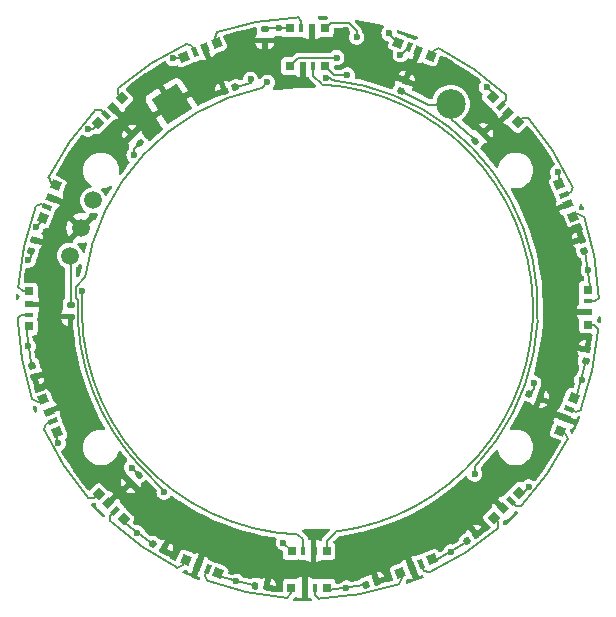
<source format=gbr>
%TF.GenerationSoftware,KiCad,Pcbnew,8.0.5*%
%TF.CreationDate,2025-07-02T22:11:17-04:00*%
%TF.ProjectId,tomorrowland_pendant,746f6d6f-7272-46f7-976c-616e645f7065,rev?*%
%TF.SameCoordinates,Original*%
%TF.FileFunction,Copper,L1,Top*%
%TF.FilePolarity,Positive*%
%FSLAX46Y46*%
G04 Gerber Fmt 4.6, Leading zero omitted, Abs format (unit mm)*
G04 Created by KiCad (PCBNEW 8.0.5) date 2025-07-02 22:11:17*
%MOMM*%
%LPD*%
G01*
G04 APERTURE LIST*
G04 Aperture macros list*
%AMRoundRect*
0 Rectangle with rounded corners*
0 $1 Rounding radius*
0 $2 $3 $4 $5 $6 $7 $8 $9 X,Y pos of 4 corners*
0 Add a 4 corners polygon primitive as box body*
4,1,4,$2,$3,$4,$5,$6,$7,$8,$9,$2,$3,0*
0 Add four circle primitives for the rounded corners*
1,1,$1+$1,$2,$3*
1,1,$1+$1,$4,$5*
1,1,$1+$1,$6,$7*
1,1,$1+$1,$8,$9*
0 Add four rect primitives between the rounded corners*
20,1,$1+$1,$2,$3,$4,$5,0*
20,1,$1+$1,$4,$5,$6,$7,0*
20,1,$1+$1,$6,$7,$8,$9,0*
20,1,$1+$1,$8,$9,$2,$3,0*%
%AMRotRect*
0 Rectangle, with rotation*
0 The origin of the aperture is its center*
0 $1 length*
0 $2 width*
0 $3 Rotation angle, in degrees counterclockwise*
0 Add horizontal line*
21,1,$1,$2,0,0,$3*%
G04 Aperture macros list end*
%TA.AperFunction,Conductor*%
%ADD10C,0.200000*%
%TD*%
%TA.AperFunction,Conductor*%
%ADD11C,0.150000*%
%TD*%
%TA.AperFunction,SMDPad,CuDef*%
%ADD12RotRect,0.750000X0.800000X45.000000*%
%TD*%
%TA.AperFunction,SMDPad,CuDef*%
%ADD13RotRect,0.600000X0.800000X45.000000*%
%TD*%
%TA.AperFunction,SMDPad,CuDef*%
%ADD14RotRect,0.400000X0.800000X45.000000*%
%TD*%
%TA.AperFunction,SMDPad,CuDef*%
%ADD15RotRect,0.800000X0.800000X45.000000*%
%TD*%
%TA.AperFunction,SMDPad,CuDef*%
%ADD16RoundRect,0.140000X-0.098360X0.197042X-0.212246X-0.058751X0.098360X-0.197042X0.212246X0.058751X0*%
%TD*%
%TA.AperFunction,SMDPad,CuDef*%
%ADD17RoundRect,0.140000X0.170000X-0.140000X0.170000X0.140000X-0.170000X0.140000X-0.170000X-0.140000X0*%
%TD*%
%TA.AperFunction,SMDPad,CuDef*%
%ADD18RoundRect,0.140000X0.091230X0.200442X-0.179229X0.127973X-0.091230X-0.200442X0.179229X-0.127973X0*%
%TD*%
%TA.AperFunction,SMDPad,CuDef*%
%ADD19RotRect,0.750000X0.800000X157.500000*%
%TD*%
%TA.AperFunction,SMDPad,CuDef*%
%ADD20RotRect,0.600000X0.800000X157.500000*%
%TD*%
%TA.AperFunction,SMDPad,CuDef*%
%ADD21RotRect,0.400000X0.800000X157.500000*%
%TD*%
%TA.AperFunction,SMDPad,CuDef*%
%ADD22RotRect,0.800000X0.800000X157.500000*%
%TD*%
%TA.AperFunction,SMDPad,CuDef*%
%ADD23R,0.800000X0.750000*%
%TD*%
%TA.AperFunction,SMDPad,CuDef*%
%ADD24R,0.800000X0.600000*%
%TD*%
%TA.AperFunction,SMDPad,CuDef*%
%ADD25R,0.800000X0.400000*%
%TD*%
%TA.AperFunction,SMDPad,CuDef*%
%ADD26R,0.800000X0.800000*%
%TD*%
%TA.AperFunction,SMDPad,CuDef*%
%ADD27RoundRect,0.140000X-0.219203X-0.021213X-0.021213X-0.219203X0.219203X0.021213X0.021213X0.219203X0*%
%TD*%
%TA.AperFunction,SMDPad,CuDef*%
%ADD28RoundRect,0.140000X-0.198819X0.094715X-0.131081X-0.176968X0.198819X-0.094715X0.131081X0.176968X0*%
%TD*%
%TA.AperFunction,SMDPad,CuDef*%
%ADD29RoundRect,0.140000X-0.137177X0.172286X-0.195393X-0.101596X0.137177X-0.172286X0.195393X0.101596X0*%
%TD*%
%TA.AperFunction,SMDPad,CuDef*%
%ADD30RotRect,0.750000X0.800000X202.500000*%
%TD*%
%TA.AperFunction,SMDPad,CuDef*%
%ADD31RotRect,0.600000X0.800000X202.500000*%
%TD*%
%TA.AperFunction,SMDPad,CuDef*%
%ADD32RotRect,0.400000X0.800000X202.500000*%
%TD*%
%TA.AperFunction,SMDPad,CuDef*%
%ADD33RotRect,0.800000X0.800000X202.500000*%
%TD*%
%TA.AperFunction,SMDPad,CuDef*%
%ADD34RoundRect,0.140000X0.013339X0.219823X-0.213186X0.055243X-0.013339X-0.219823X0.213186X-0.055243X0*%
%TD*%
%TA.AperFunction,SMDPad,CuDef*%
%ADD35RotRect,0.750000X0.800000X112.500000*%
%TD*%
%TA.AperFunction,SMDPad,CuDef*%
%ADD36RotRect,0.600000X0.800000X112.500000*%
%TD*%
%TA.AperFunction,SMDPad,CuDef*%
%ADD37RotRect,0.400000X0.800000X112.500000*%
%TD*%
%TA.AperFunction,SMDPad,CuDef*%
%ADD38RotRect,0.800000X0.800000X112.500000*%
%TD*%
%TA.AperFunction,SMDPad,CuDef*%
%ADD39RoundRect,0.140000X0.021213X-0.219203X0.219203X-0.021213X-0.021213X0.219203X-0.219203X0.021213X0*%
%TD*%
%TA.AperFunction,SMDPad,CuDef*%
%ADD40R,0.750000X0.800000*%
%TD*%
%TA.AperFunction,SMDPad,CuDef*%
%ADD41R,0.600000X0.800000*%
%TD*%
%TA.AperFunction,SMDPad,CuDef*%
%ADD42R,0.400000X0.800000*%
%TD*%
%TA.AperFunction,ComponentPad*%
%ADD43C,2.500000*%
%TD*%
%TA.AperFunction,ComponentPad*%
%ADD44RotRect,2.500000X2.500000X32.000000*%
%TD*%
%TA.AperFunction,SMDPad,CuDef*%
%ADD45RoundRect,0.140000X0.198819X-0.094715X0.131081X0.176968X-0.198819X0.094715X-0.131081X-0.176968X0*%
%TD*%
%TA.AperFunction,SMDPad,CuDef*%
%ADD46RotRect,0.750000X0.800000X225.000000*%
%TD*%
%TA.AperFunction,SMDPad,CuDef*%
%ADD47RotRect,0.600000X0.800000X225.000000*%
%TD*%
%TA.AperFunction,SMDPad,CuDef*%
%ADD48RotRect,0.400000X0.800000X225.000000*%
%TD*%
%TA.AperFunction,SMDPad,CuDef*%
%ADD49RotRect,0.800000X0.800000X225.000000*%
%TD*%
%TA.AperFunction,SMDPad,CuDef*%
%ADD50RotRect,0.750000X0.800000X337.500000*%
%TD*%
%TA.AperFunction,SMDPad,CuDef*%
%ADD51RotRect,0.600000X0.800000X337.500000*%
%TD*%
%TA.AperFunction,SMDPad,CuDef*%
%ADD52RotRect,0.400000X0.800000X337.500000*%
%TD*%
%TA.AperFunction,SMDPad,CuDef*%
%ADD53RotRect,0.800000X0.800000X337.500000*%
%TD*%
%TA.AperFunction,SMDPad,CuDef*%
%ADD54RoundRect,0.140000X0.206244X0.077224X-0.036244X0.217224X-0.206244X-0.077224X0.036244X-0.217224X0*%
%TD*%
%TA.AperFunction,SMDPad,CuDef*%
%ADD55RotRect,0.750000X0.800000X22.500000*%
%TD*%
%TA.AperFunction,SMDPad,CuDef*%
%ADD56RotRect,0.600000X0.800000X22.500000*%
%TD*%
%TA.AperFunction,SMDPad,CuDef*%
%ADD57RotRect,0.400000X0.800000X22.500000*%
%TD*%
%TA.AperFunction,SMDPad,CuDef*%
%ADD58RotRect,0.800000X0.800000X22.500000*%
%TD*%
%TA.AperFunction,SMDPad,CuDef*%
%ADD59RoundRect,0.140000X0.193489X0.105176X-0.066123X0.210066X-0.193489X-0.105176X0.066123X-0.210066X0*%
%TD*%
%TA.AperFunction,SMDPad,CuDef*%
%ADD60RotRect,0.750000X0.800000X135.000000*%
%TD*%
%TA.AperFunction,SMDPad,CuDef*%
%ADD61RotRect,0.600000X0.800000X135.000000*%
%TD*%
%TA.AperFunction,SMDPad,CuDef*%
%ADD62RotRect,0.400000X0.800000X135.000000*%
%TD*%
%TA.AperFunction,SMDPad,CuDef*%
%ADD63RotRect,0.800000X0.800000X135.000000*%
%TD*%
%TA.AperFunction,SMDPad,CuDef*%
%ADD64RoundRect,0.140000X-0.148861X0.162297X-0.187830X-0.114978X0.148861X-0.162297X0.187830X0.114978X0*%
%TD*%
%TA.AperFunction,SMDPad,CuDef*%
%ADD65RoundRect,0.140000X0.164870X0.146006X-0.111683X0.189808X-0.164870X-0.146006X0.111683X-0.189808X0*%
%TD*%
%TA.AperFunction,SMDPad,CuDef*%
%ADD66RotRect,0.750000X0.800000X315.000000*%
%TD*%
%TA.AperFunction,SMDPad,CuDef*%
%ADD67RotRect,0.600000X0.800000X315.000000*%
%TD*%
%TA.AperFunction,SMDPad,CuDef*%
%ADD68RotRect,0.400000X0.800000X315.000000*%
%TD*%
%TA.AperFunction,SMDPad,CuDef*%
%ADD69RotRect,0.800000X0.800000X315.000000*%
%TD*%
%TA.AperFunction,SMDPad,CuDef*%
%ADD70RoundRect,0.140000X-0.077026X-0.206318X0.187719X-0.115159X0.077026X0.206318X-0.187719X0.115159X0*%
%TD*%
%TA.AperFunction,SMDPad,CuDef*%
%ADD71RotRect,0.750000X0.800000X292.500000*%
%TD*%
%TA.AperFunction,SMDPad,CuDef*%
%ADD72RotRect,0.600000X0.800000X292.500000*%
%TD*%
%TA.AperFunction,SMDPad,CuDef*%
%ADD73RotRect,0.400000X0.800000X292.500000*%
%TD*%
%TA.AperFunction,SMDPad,CuDef*%
%ADD74RotRect,0.800000X0.800000X292.500000*%
%TD*%
%TA.AperFunction,SMDPad,CuDef*%
%ADD75RotRect,0.750000X0.800000X67.500000*%
%TD*%
%TA.AperFunction,SMDPad,CuDef*%
%ADD76RotRect,0.600000X0.800000X67.500000*%
%TD*%
%TA.AperFunction,SMDPad,CuDef*%
%ADD77RotRect,0.400000X0.800000X67.500000*%
%TD*%
%TA.AperFunction,SMDPad,CuDef*%
%ADD78RotRect,0.800000X0.800000X67.500000*%
%TD*%
%TA.AperFunction,SMDPad,CuDef*%
%ADD79RotRect,0.750000X0.800000X247.500000*%
%TD*%
%TA.AperFunction,SMDPad,CuDef*%
%ADD80RotRect,0.600000X0.800000X247.500000*%
%TD*%
%TA.AperFunction,SMDPad,CuDef*%
%ADD81RotRect,0.400000X0.800000X247.500000*%
%TD*%
%TA.AperFunction,SMDPad,CuDef*%
%ADD82RotRect,0.800000X0.800000X247.500000*%
%TD*%
%TA.AperFunction,SMDPad,CuDef*%
%ADD83RoundRect,0.140000X-0.021213X0.219203X-0.219203X0.021213X0.021213X-0.219203X0.219203X-0.021213X0*%
%TD*%
%TA.AperFunction,ComponentPad*%
%ADD84C,1.500000*%
%TD*%
%TA.AperFunction,ViaPad*%
%ADD85C,0.600000*%
%TD*%
%TA.AperFunction,Conductor*%
%ADD86C,0.180000*%
%TD*%
G04 APERTURE END LIST*
D10*
%TO.N,GND*%
X160506346Y-90071567D02*
X161366346Y-90071566D01*
X158282065Y-88951584D02*
G75*
G02*
X160506346Y-90071567I-7865719J-18389982D01*
G01*
D11*
%TO.N,BTN1*%
X152436346Y-88001566D02*
G75*
G02*
X164593107Y-120641657I-2030006J-19340004D01*
G01*
%TO.N,Net-(LED6-DOUT)*%
X131769923Y-123387677D02*
G75*
G02*
X128007865Y-117528969I18652977J16114877D01*
G01*
D10*
%TO.N,GND*%
X173888434Y-111846346D02*
G75*
G02*
X173097968Y-114898684I-22287734J4143346D01*
G01*
X137211089Y-127260672D02*
G75*
G02*
X134693594Y-125362297I12357011J19005472D01*
G01*
X155188358Y-130740295D02*
G75*
G02*
X152065867Y-131178072I-4701158J22176895D01*
G01*
D11*
%TO.N,Net-(LED3-DOUT)*%
X128407502Y-96244541D02*
G75*
G02*
X132380573Y-90526829I22026398J-11066259D01*
G01*
%TO.N,Net-(LED1-DOUT)*%
X142666346Y-83931566D02*
G75*
G02*
X149518765Y-82697928I7749954J-23400034D01*
G01*
D10*
%TO.N,GND*%
X162555386Y-91342826D02*
G75*
G02*
X164606346Y-93131566I-12138986J-15988674D01*
G01*
D11*
%TO.N,Net-(LED8-DOUT)*%
X148602252Y-131849159D02*
G75*
G02*
X141799346Y-130366598I1794748J24584659D01*
G01*
%TO.N,Net-(LED14-DOUT)*%
X169030077Y-91212323D02*
G75*
G02*
X172792135Y-97071031I-18652977J-16114877D01*
G01*
%TO.N,BTN2*%
X131504975Y-104713022D02*
G75*
G02*
X146456346Y-88671566I18901375J-2628538D01*
G01*
%TO.N,Net-(LED15-DOUT)*%
X161455459Y-85307502D02*
G75*
G02*
X167173171Y-89280573I-11066259J-22026398D01*
G01*
%TO.N,Net-(LED17-DOUT)*%
X151556346Y-88371566D02*
G75*
G02*
X152726367Y-126224916I-1139996J-18979994D01*
G01*
%TO.N,Net-(LED10-DIN)*%
X158133654Y-130668434D02*
G75*
G02*
X151281235Y-131902072I-7749954J23400034D01*
G01*
D10*
%TO.N,GND*%
X144246346Y-88601566D02*
X145526346Y-88221566D01*
D11*
%TO.N,Net-(LED18-DOUT)*%
X149572448Y-126484309D02*
G75*
G02*
X131286347Y-105841566I803892J19132739D01*
G01*
%TO.N,Net-(LED2-DOUT)*%
X134312323Y-88669923D02*
G75*
G02*
X140171031Y-84907865I16114877J-18652977D01*
G01*
%TO.N,Net-(LED7-DOUT)*%
X139344541Y-129292498D02*
G75*
G02*
X133626829Y-125319427I11066259J22026398D01*
G01*
%TO.N,Net-(LED4-DOUT)*%
X125850841Y-105502252D02*
G75*
G02*
X127333402Y-98699346I24584659J-1794748D01*
G01*
%TO.N,Net-(LED10-DOUT)*%
X166487677Y-125930077D02*
G75*
G02*
X160628969Y-129692135I-16114877J18652977D01*
G01*
D10*
%TO.N,GND*%
X163794078Y-127123583D02*
G75*
G02*
X161076806Y-128722971I-12829978J18689483D01*
G01*
X145853654Y-130788434D02*
G75*
G02*
X142801316Y-129997968I4143346J22287734D01*
G01*
D11*
%TO.N,BTN2*%
X136326347Y-120881565D02*
G75*
G02*
X130888920Y-106607525I14089953J13539965D01*
G01*
%TO.N,Net-(LED13-DOUT)*%
X173768434Y-99566346D02*
G75*
G02*
X175002072Y-106418765I-23400034J-7749954D01*
G01*
%TO.N,Net-(LED5-DOUT)*%
X127031566Y-115033654D02*
G75*
G02*
X125797928Y-108181235I23400034J7749954D01*
G01*
D10*
%TO.N,GND*%
X126959705Y-112088358D02*
G75*
G02*
X126521928Y-108965867I22176895J4701158D01*
G01*
X145526346Y-88221566D02*
X145506346Y-87941566D01*
D11*
%TO.N,Net-(LED12-DOUT)*%
X174949159Y-109097748D02*
G75*
G02*
X173466598Y-115900654I-24584659J1794748D01*
G01*
%TO.N,Net-(LED11-DOUT)*%
X172392498Y-118355459D02*
G75*
G02*
X168419427Y-124073171I-22026398J11066259D01*
G01*
D10*
%TO.N,GND*%
X173840295Y-102511642D02*
G75*
G02*
X174278072Y-105634133I-22176895J-4701158D01*
G01*
%TD*%
D12*
%TO.P,LED11,1,DIN*%
%TO.N,Net-(LED10-DOUT)*%
X166127532Y-125044689D03*
D13*
%TO.P,LED11,2,VDD*%
%TO.N,vReg*%
X166923027Y-124249194D03*
D14*
%TO.P,LED11,3,DOUT*%
%TO.N,Net-(LED11-DOUT)*%
X167545281Y-123626940D03*
D15*
%TO.P,LED11,4,GND*%
%TO.N,GND*%
X168238245Y-122933976D03*
%TD*%
D16*
%TO.P,C16,2*%
%TO.N,GND*%
X158221114Y-88940067D03*
%TO.P,C16,1*%
%TO.N,vReg*%
X158611578Y-88063065D03*
%TD*%
D17*
%TO.P,C1,1*%
%TO.N,vReg*%
X146726348Y-84651562D03*
%TO.P,C1,2*%
%TO.N,GND*%
X146726346Y-83691566D03*
%TD*%
D18*
%TO.P,C10,1*%
%TO.N,vReg*%
X156196162Y-130466430D03*
%TO.P,C10,2*%
%TO.N,GND*%
X155268876Y-130714898D03*
%TD*%
D19*
%TO.P,LED16,1,DIN*%
%TO.N,Net-(LED15-DOUT)*%
X160775289Y-85979058D03*
D20*
%TO.P,LED16,2,VDD*%
%TO.N,vReg*%
X159735925Y-85548539D03*
D21*
%TO.P,LED16,3,DOUT*%
%TO.N,Net-(LED16-DOUT)*%
X158922911Y-85211777D03*
D22*
%TO.P,LED16,4,GND*%
%TO.N,GND*%
X158017509Y-84836748D03*
%TD*%
D23*
%TO.P,LED5,1,DIN*%
%TO.N,Net-(LED4-DOUT)*%
X126731566Y-105873654D03*
D24*
%TO.P,LED5,2,VDD*%
%TO.N,vReg*%
X126731566Y-106998654D03*
D25*
%TO.P,LED5,3,DOUT*%
%TO.N,Net-(LED5-DOUT)*%
X126731566Y-107878654D03*
D26*
%TO.P,LED5,4,GND*%
%TO.N,GND*%
X126731566Y-108858654D03*
%TD*%
D27*
%TO.P,C3,1*%
%TO.N,vReg*%
X135496935Y-92622156D03*
%TO.P,C3,2*%
%TO.N,GND*%
X136175757Y-93300976D03*
%TD*%
D23*
%TO.P,LED13,1,DIN*%
%TO.N,Net-(LED12-DOUT)*%
X174068434Y-108726346D03*
D24*
%TO.P,LED13,2,VDD*%
%TO.N,vReg*%
X174068434Y-107601346D03*
D25*
%TO.P,LED13,3,DOUT*%
%TO.N,Net-(LED13-DOUT)*%
X174068434Y-106721346D03*
D26*
%TO.P,LED13,4,GND*%
%TO.N,GND*%
X174068434Y-105741346D03*
%TD*%
D28*
%TO.P,C14,1*%
%TO.N,vReg*%
X173540224Y-101505825D03*
%TO.P,C14,2*%
%TO.N,GND*%
X173772468Y-102437307D03*
%TD*%
D29*
%TO.P,C4,1*%
%TO.N,vReg*%
X127146141Y-101552056D03*
%TO.P,C4,2*%
%TO.N,GND*%
X126946551Y-102491076D03*
%TD*%
D30*
%TO.P,LED2,1,DIN*%
%TO.N,Net-(LED1-DOUT)*%
X142660254Y-84887379D03*
D31*
%TO.P,LED2,2,VDD*%
%TO.N,vReg*%
X141620890Y-85317898D03*
D32*
%TO.P,LED2,3,DOUT*%
%TO.N,Net-(LED2-DOUT)*%
X140807876Y-85654660D03*
D33*
%TO.P,LED2,4,GND*%
%TO.N,GND*%
X139902474Y-86029689D03*
%TD*%
D34*
%TO.P,C11,1*%
%TO.N,vReg*%
X164627883Y-126494964D03*
%TO.P,C11,2*%
%TO.N,GND*%
X163851229Y-127059238D03*
%TD*%
D35*
%TO.P,LED14,1,DIN*%
%TO.N,Net-(LED13-DOUT)*%
X172812621Y-99560254D03*
D36*
%TO.P,LED14,2,VDD*%
%TO.N,vReg*%
X172382102Y-98520890D03*
D37*
%TO.P,LED14,3,DOUT*%
%TO.N,Net-(LED14-DOUT)*%
X172045340Y-97707876D03*
D38*
%TO.P,LED14,4,GND*%
%TO.N,GND*%
X171670311Y-96802474D03*
%TD*%
D39*
%TO.P,C7,1*%
%TO.N,vReg*%
X135386936Y-122100977D03*
%TO.P,C7,2*%
%TO.N,GND*%
X136065756Y-121422155D03*
%TD*%
D40*
%TO.P,LED9,1,DIN*%
%TO.N,Net-(LED8-DOUT)*%
X148973654Y-130968434D03*
D41*
%TO.P,LED9,2,VDD*%
%TO.N,vReg*%
X150098654Y-130968434D03*
D42*
%TO.P,LED9,3,DOUT*%
%TO.N,Net-(LED10-DIN)*%
X150978654Y-130968434D03*
D26*
%TO.P,LED9,4,GND*%
%TO.N,GND*%
X151958654Y-130968434D03*
%TD*%
D40*
%TO.P,LED17,1,DIN*%
%TO.N,Net-(LED16-DOUT)*%
X148836346Y-86821566D03*
D41*
%TO.P,LED17,2,VDD*%
%TO.N,vReg*%
X149961346Y-86821566D03*
D42*
%TO.P,LED17,3,DOUT*%
%TO.N,Net-(LED17-DOUT)*%
X150841346Y-86821566D03*
D26*
%TO.P,LED17,4,GND*%
%TO.N,GND*%
X151821346Y-86821566D03*
%TD*%
D17*
%TO.P,C5,1*%
%TO.N,vReg*%
X130276346Y-108021566D03*
%TO.P,C5,2*%
%TO.N,GND*%
X130276344Y-107061570D03*
%TD*%
D43*
%TO.P,J2,1,Pin_1*%
%TO.N,GND*%
X162476346Y-90011566D03*
%TD*%
D44*
%TO.P,J1,1,Pin_1*%
%TO.N,vReg*%
X138856346Y-90041567D03*
%TD*%
D45*
%TO.P,C6,1*%
%TO.N,vReg*%
X127225459Y-113098260D03*
%TO.P,C6,2*%
%TO.N,GND*%
X126993213Y-112166778D03*
%TD*%
D46*
%TO.P,LED3,1,DIN*%
%TO.N,Net-(LED2-DOUT)*%
X134672468Y-89555311D03*
D47*
%TO.P,LED3,2,VDD*%
%TO.N,vReg*%
X133876973Y-90350806D03*
D48*
%TO.P,LED3,3,DOUT*%
%TO.N,Net-(LED3-DOUT)*%
X133254719Y-90973060D03*
D49*
%TO.P,LED3,4,GND*%
%TO.N,GND*%
X132561755Y-91666024D03*
%TD*%
D50*
%TO.P,LED8,1,DIN*%
%TO.N,Net-(LED7-DOUT)*%
X140024711Y-128620942D03*
D51*
%TO.P,LED8,2,VDD*%
%TO.N,vReg*%
X141064075Y-129051461D03*
D52*
%TO.P,LED8,3,DOUT*%
%TO.N,Net-(LED8-DOUT)*%
X141877089Y-129388223D03*
D53*
%TO.P,LED8,4,GND*%
%TO.N,GND*%
X142782491Y-129763252D03*
%TD*%
D54*
%TO.P,C8,1*%
%TO.N,vReg*%
X138117364Y-127779645D03*
%TO.P,C8,2*%
%TO.N,GND*%
X137285984Y-127299647D03*
%TD*%
D55*
%TO.P,LED10,1,DIN*%
%TO.N,Net-(LED10-DIN)*%
X158139746Y-129712621D03*
D56*
%TO.P,LED10,2,VDD*%
%TO.N,vReg*%
X159179110Y-129282102D03*
D57*
%TO.P,LED10,3,DOUT*%
%TO.N,Net-(LED10-DOUT)*%
X159992124Y-128945340D03*
D58*
%TO.P,LED10,4,GND*%
%TO.N,GND*%
X160897526Y-128570311D03*
%TD*%
D59*
%TO.P,C12,2*%
%TO.N,GND*%
X169101300Y-114571757D03*
%TO.P,C12,1*%
%TO.N,vReg*%
X169991392Y-114931375D03*
%TD*%
D60*
%TO.P,LED15,1,DIN*%
%TO.N,Net-(LED14-DOUT)*%
X168144689Y-91572468D03*
D61*
%TO.P,LED15,2,VDD*%
%TO.N,vReg*%
X167349194Y-90776973D03*
D62*
%TO.P,LED15,3,DOUT*%
%TO.N,Net-(LED15-DOUT)*%
X166726940Y-90154719D03*
D63*
%TO.P,LED15,4,GND*%
%TO.N,GND*%
X166033976Y-89461755D03*
%TD*%
D64*
%TO.P,C13,1*%
%TO.N,vReg*%
X174025236Y-110811018D03*
%TO.P,C13,2*%
%TO.N,GND*%
X173891632Y-111761674D03*
%TD*%
D40*
%TO.P,LED1,1,DIN*%
%TO.N,LEDDAT*%
X151826346Y-83631566D03*
D41*
%TO.P,LED1,2,VDD*%
%TO.N,vReg*%
X150701346Y-83631566D03*
D42*
%TO.P,LED1,3,DOUT*%
%TO.N,Net-(LED1-DOUT)*%
X149821346Y-83631566D03*
D26*
%TO.P,LED1,4,GND*%
%TO.N,GND*%
X148841346Y-83631566D03*
%TD*%
D40*
%TO.P,LED18,1,DIN*%
%TO.N,Net-(LED17-DOUT)*%
X151976346Y-127861566D03*
D41*
%TO.P,LED18,2,VDD*%
%TO.N,vReg*%
X150851346Y-127861566D03*
D42*
%TO.P,LED18,3,DOUT*%
%TO.N,Net-(LED18-DOUT)*%
X149971346Y-127861566D03*
D26*
%TO.P,LED18,4,GND*%
%TO.N,GND*%
X148991346Y-127861566D03*
%TD*%
D65*
%TO.P,C9,1*%
%TO.N,vReg*%
X146880435Y-130956653D03*
%TO.P,C9,2*%
%TO.N,GND*%
X145932257Y-130806479D03*
%TD*%
D66*
%TO.P,LED7,1,DIN*%
%TO.N,Net-(LED6-DOUT)*%
X132655311Y-123027532D03*
D67*
%TO.P,LED7,2,VDD*%
%TO.N,vReg*%
X133450806Y-123823027D03*
D68*
%TO.P,LED7,3,DOUT*%
%TO.N,Net-(LED7-DOUT)*%
X134073060Y-124445281D03*
D69*
%TO.P,LED7,4,GND*%
%TO.N,GND*%
X134766024Y-125138245D03*
%TD*%
D70*
%TO.P,C2,1*%
%TO.N,vReg*%
X143322498Y-88937839D03*
%TO.P,C2,2*%
%TO.N,GND*%
X144230194Y-88625293D03*
%TD*%
D71*
%TO.P,LED6,1,DIN*%
%TO.N,Net-(LED5-DOUT)*%
X127987379Y-115039746D03*
D72*
%TO.P,LED6,2,VDD*%
%TO.N,vReg*%
X128417898Y-116079110D03*
D73*
%TO.P,LED6,3,DOUT*%
%TO.N,Net-(LED6-DOUT)*%
X128754660Y-116892124D03*
D74*
%TO.P,LED6,4,GND*%
%TO.N,GND*%
X129129689Y-117797526D03*
%TD*%
D75*
%TO.P,LED12,1,DIN*%
%TO.N,Net-(LED11-DOUT)*%
X171720942Y-117675289D03*
D76*
%TO.P,LED12,2,VDD*%
%TO.N,vReg*%
X172151461Y-116635925D03*
D77*
%TO.P,LED12,3,DOUT*%
%TO.N,Net-(LED12-DOUT)*%
X172488223Y-115822911D03*
D78*
%TO.P,LED12,4,GND*%
%TO.N,GND*%
X172863252Y-114917509D03*
%TD*%
D79*
%TO.P,LED4,1,DIN*%
%TO.N,Net-(LED3-DOUT)*%
X129079058Y-96924711D03*
D80*
%TO.P,LED4,2,VDD*%
%TO.N,vReg*%
X128648539Y-97964075D03*
D81*
%TO.P,LED4,3,DOUT*%
%TO.N,Net-(LED4-DOUT)*%
X128311777Y-98777089D03*
D82*
%TO.P,LED4,4,GND*%
%TO.N,GND*%
X127936748Y-99682491D03*
%TD*%
D83*
%TO.P,C15,1*%
%TO.N,vReg*%
X165225756Y-92502155D03*
%TO.P,C15,2*%
%TO.N,GND*%
X164546936Y-93180977D03*
%TD*%
D84*
%TO.P,TP3,1,1*%
%TO.N,GND*%
X130216346Y-102861566D03*
%TD*%
%TO.P,TP2,1,1*%
%TO.N,UPDI*%
X132176346Y-98191566D03*
%TD*%
%TO.P,TP1,1,1*%
%TO.N,vReg*%
X131176346Y-100521566D03*
%TD*%
D85*
%TO.N,GND*%
X169491681Y-113651566D03*
X162463282Y-127970575D03*
X126686461Y-110534733D03*
X127358623Y-100437406D03*
X153634733Y-131013539D03*
X147886346Y-83631566D03*
X148306346Y-127171566D03*
X165497360Y-88591089D03*
X153716346Y-87581566D03*
X135919297Y-126355306D03*
X157246346Y-84041566D03*
X144313725Y-130446332D03*
X173546332Y-113386275D03*
X131746137Y-92132874D03*
X138961506Y-86153779D03*
X171515888Y-95807288D03*
X129258495Y-118746923D03*
X126702089Y-103254486D03*
X169064126Y-122454122D03*
X135658857Y-94349913D03*
X135450829Y-120809811D03*
X145516346Y-87951566D03*
X174113539Y-104065267D03*
%TO.N,vReg*%
X172156346Y-107621566D03*
X153576346Y-83721566D03*
X128666346Y-106981566D03*
%TO.N,BTN1*%
X164486346Y-121351566D03*
X151903309Y-87818112D03*
%TO.N,BTN2*%
X146951346Y-88201566D03*
X138202860Y-122873317D03*
%TO.N,LEDDAT*%
X154506346Y-84361566D03*
%TO.N,Net-(LED16-DOUT)*%
X158202075Y-85858355D03*
X152813542Y-86098762D03*
%TO.N,Net-(LED18-DOUT)*%
X131276346Y-105841566D03*
%TD*%
D11*
%TO.N,BTN2*%
X130701346Y-106419963D02*
X130888908Y-106607525D01*
X130701346Y-105516651D02*
X130701346Y-106419963D01*
X131504975Y-104713022D02*
X130701346Y-105516651D01*
X146481346Y-88671566D02*
X146951346Y-88201566D01*
X146456346Y-88671566D02*
X146481346Y-88671566D01*
D10*
%TO.N,GND*%
X136175757Y-93302155D02*
X136175757Y-93300976D01*
X135658857Y-93819055D02*
X136175757Y-93302155D01*
X135658857Y-94349913D02*
X135658857Y-93819055D01*
X169491681Y-114181376D02*
X169101300Y-114571757D01*
X169491681Y-113651566D02*
X169491681Y-114181376D01*
X135450829Y-120809811D02*
X136094046Y-121453028D01*
D11*
%TO.N,BTN2*%
X138202860Y-122758078D02*
X136326347Y-120881565D01*
X138202860Y-122873317D02*
X138202860Y-122758078D01*
D86*
%TO.N,GND*%
X131746137Y-92245347D02*
X131746137Y-92132874D01*
D10*
X139778384Y-86153779D02*
X139902474Y-86029689D01*
X171670311Y-95961711D02*
X171670311Y-96802474D01*
X127936748Y-99859281D02*
X127936748Y-99682491D01*
X126702089Y-103254486D02*
X126946551Y-103010024D01*
X166033976Y-89127705D02*
X165497360Y-88591089D01*
X171515888Y-95807288D02*
X171670311Y-95961711D01*
D11*
X132561755Y-91666024D02*
X132561755Y-91715522D01*
D10*
X166033976Y-89461755D02*
X166033976Y-89127705D01*
X129258495Y-118746923D02*
X129129689Y-118618117D01*
X130276344Y-107061570D02*
X130276344Y-102921564D01*
X147886346Y-83631566D02*
X148841346Y-83631566D01*
X138961506Y-86153779D02*
X139778384Y-86153779D01*
X127358623Y-100437406D02*
X127936748Y-99859281D01*
X147886346Y-83631566D02*
X146786346Y-83631566D01*
D86*
X148991346Y-127856566D02*
X148991346Y-127861566D01*
D10*
X131746137Y-92132874D02*
X132144403Y-92132874D01*
X168584272Y-122933976D02*
X168238245Y-122933976D01*
X169064126Y-122454122D02*
X168584272Y-122933976D01*
D86*
X148306346Y-127171566D02*
X148991346Y-127856566D01*
D10*
X126946551Y-103010024D02*
X126946551Y-102491076D01*
X162406346Y-90611566D02*
X162406346Y-89991566D01*
D11*
X152581346Y-87581566D02*
X153716346Y-87581566D01*
D10*
X162556346Y-90141566D02*
X162406346Y-89991566D01*
X162556346Y-91341567D02*
X162556346Y-90141566D01*
X132144403Y-92132874D02*
X132561755Y-91715522D01*
X157246346Y-84065585D02*
X158017509Y-84836748D01*
D11*
X151821346Y-86821566D02*
X152581346Y-87581566D01*
D10*
X146786346Y-83631566D02*
X146726346Y-83691566D01*
X129129689Y-118618117D02*
X129129689Y-117797526D01*
X157246346Y-84041566D02*
X157246346Y-84065585D01*
D11*
%TO.N,BTN1*%
X164486346Y-121351566D02*
X164486346Y-120748410D01*
X151903309Y-87818112D02*
X152252892Y-87818112D01*
X152252892Y-87818112D02*
X152436346Y-88001566D01*
X164486346Y-120748410D02*
X164593105Y-120641651D01*
%TO.N,Net-(LED1-DOUT)*%
X149518764Y-82697913D02*
X149831346Y-83010495D01*
X142478151Y-84421613D02*
X142683806Y-83925119D01*
X149831346Y-83010495D02*
X149831346Y-83621566D01*
X142665666Y-84874314D02*
X142478151Y-84421613D01*
%TO.N,LEDDAT*%
X154506346Y-83838393D02*
X153814519Y-83146566D01*
X153814519Y-83146566D02*
X152311346Y-83146566D01*
X152311346Y-83146566D02*
X151826346Y-83631566D01*
X154506346Y-84361566D02*
X154506346Y-83838393D01*
%TO.N,Net-(LED2-DOUT)*%
X134325986Y-89194686D02*
X134325986Y-88657285D01*
X140171033Y-84907870D02*
X140579441Y-85077038D01*
X140579441Y-85077038D02*
X140813288Y-85641594D01*
X134672469Y-89541169D02*
X134325987Y-89194687D01*
%TO.N,Net-(LED3-DOUT)*%
X132380569Y-90526825D02*
X132822627Y-90526825D01*
X129073645Y-96911645D02*
X128620944Y-96724130D01*
X128620944Y-96724130D02*
X128415289Y-96227636D01*
X132822627Y-90526825D02*
X133254719Y-90958917D01*
%TO.N,Net-(LED4-DOUT)*%
X126231566Y-105863654D02*
X125851566Y-105483654D01*
X127741809Y-98530177D02*
X128306365Y-98764024D01*
X127333401Y-98699345D02*
X127741809Y-98530177D01*
X126721566Y-105863654D02*
X126231566Y-105863654D01*
%TO.N,Net-(LED5-DOUT)*%
X125797913Y-108181236D02*
X126110495Y-107868654D01*
X127974314Y-115034334D02*
X127521613Y-115221849D01*
X126110495Y-107868654D02*
X126721566Y-107868654D01*
X127521613Y-115221849D02*
X127025119Y-115016194D01*
%TO.N,Net-(LED6-DOUT)*%
X128177038Y-117120559D02*
X128741594Y-116886712D01*
X132294686Y-123374014D02*
X131757285Y-123374014D01*
X132641169Y-123027531D02*
X132294687Y-123374013D01*
X128007870Y-117528967D02*
X128177038Y-117120559D01*
%TO.N,Net-(LED7-DOUT)*%
X139824130Y-129079056D02*
X139327636Y-129284711D01*
X133626825Y-125319431D02*
X133626825Y-124877373D01*
X140011645Y-128626355D02*
X139824130Y-129079056D01*
X133626825Y-124877373D02*
X134058917Y-124445281D01*
%TO.N,Net-(LED8-DOUT)*%
X148963654Y-130978434D02*
X148963654Y-131468434D01*
X141630177Y-129958191D02*
X141864024Y-129393635D01*
X148963654Y-131468434D02*
X148583654Y-131848434D01*
X141799345Y-130366599D02*
X141630177Y-129958191D01*
%TO.N,Net-(LED10-DIN)*%
X151281236Y-131902087D02*
X150968654Y-131589505D01*
X158134334Y-129725686D02*
X158321849Y-130178387D01*
X158321849Y-130178387D02*
X158116194Y-130674881D01*
X150968654Y-131589505D02*
X150968654Y-130978434D01*
%TO.N,Net-(LED10-DOUT)*%
X166127531Y-125058831D02*
X166474013Y-125405313D01*
X160628967Y-129692130D02*
X160220559Y-129522962D01*
X166474014Y-125405314D02*
X166474014Y-125942715D01*
X160220559Y-129522962D02*
X159986712Y-128958406D01*
%TO.N,Net-(LED11-DOUT)*%
X172179056Y-117875870D02*
X172384711Y-118372364D01*
X168419431Y-124073175D02*
X167977373Y-124073175D01*
X167977373Y-124073175D02*
X167545281Y-123641083D01*
X171726355Y-117688355D02*
X172179056Y-117875870D01*
%TO.N,Net-(LED12-DOUT)*%
X174078434Y-108736346D02*
X174568434Y-108736346D01*
X174568434Y-108736346D02*
X174948434Y-109116346D01*
X173058191Y-116069823D02*
X172493635Y-115835976D01*
X173466599Y-115900655D02*
X173058191Y-116069823D01*
%TO.N,Net-(LED13-DOUT)*%
X174689505Y-106731346D02*
X174078434Y-106731346D01*
X172825686Y-99565666D02*
X173278387Y-99378151D01*
X175002087Y-106418764D02*
X174689505Y-106731346D01*
X173278387Y-99378151D02*
X173774881Y-99583806D01*
%TO.N,Net-(LED14-DOUT)*%
X168505314Y-91225986D02*
X169042715Y-91225986D01*
X168158831Y-91572469D02*
X168505313Y-91225987D01*
X172792130Y-97071033D02*
X172622962Y-97479441D01*
X172622962Y-97479441D02*
X172058406Y-97713288D01*
%TO.N,Net-(LED15-DOUT)*%
X167173175Y-89280569D02*
X167173175Y-89722627D01*
X160975870Y-85520944D02*
X161472364Y-85315289D01*
X160788355Y-85973645D02*
X160975870Y-85520944D01*
X167173175Y-89722627D02*
X166741083Y-90154719D01*
%TO.N,Net-(LED16-DOUT)*%
X152813542Y-86098762D02*
X152806346Y-86091566D01*
X152806346Y-86091566D02*
X149566346Y-86091566D01*
X149566346Y-86091566D02*
X148836346Y-86821566D01*
%TO.N,Net-(LED17-DOUT)*%
X152727951Y-126237874D02*
X151976346Y-126989479D01*
X150841346Y-87656566D02*
X151556346Y-88371566D01*
X151976346Y-126989479D02*
X151976346Y-127861566D01*
X150841346Y-86821566D02*
X150841346Y-87656566D01*
%TO.N,Net-(LED18-DOUT)*%
X149971346Y-127861566D02*
X149971346Y-126883207D01*
X149971346Y-126883207D02*
X149572448Y-126484309D01*
%TO.N,Net-(LED16-DOUT)*%
X158276333Y-85858355D02*
X158922911Y-85211777D01*
X158202075Y-85858355D02*
X158276333Y-85858355D01*
%TD*%
%TA.AperFunction,Conductor*%
%TO.N,vReg*%
G36*
X154467877Y-82878498D02*
G01*
X155364432Y-83042799D01*
X155369317Y-83043796D01*
X156338825Y-83262146D01*
X156343652Y-83263336D01*
X156735275Y-83368271D01*
X156794935Y-83404636D01*
X156825464Y-83467483D01*
X156817169Y-83536859D01*
X156785408Y-83580861D01*
X156777992Y-83587431D01*
X156755862Y-83607036D01*
X156666127Y-83737041D01*
X156666126Y-83737042D01*
X156610108Y-83884747D01*
X156591068Y-84041565D01*
X156591068Y-84041566D01*
X156610108Y-84198384D01*
X156657015Y-84322065D01*
X156666126Y-84346089D01*
X156755863Y-84476096D01*
X156874106Y-84580849D01*
X156874108Y-84580850D01*
X157013980Y-84654262D01*
X157013979Y-84654262D01*
X157115939Y-84679392D01*
X157176320Y-84714548D01*
X157208109Y-84776767D01*
X157201213Y-84846296D01*
X157200827Y-84847241D01*
X157158336Y-84949825D01*
X157141434Y-85016568D01*
X157141434Y-85016569D01*
X157141434Y-85016570D01*
X157147393Y-85112550D01*
X157148682Y-85133321D01*
X157193447Y-85241393D01*
X157246329Y-85301276D01*
X157270877Y-85329073D01*
X157270878Y-85329074D01*
X157270880Y-85329075D01*
X157330021Y-85364316D01*
X157330023Y-85364316D01*
X157330025Y-85364318D01*
X157533200Y-85448475D01*
X157587602Y-85492316D01*
X157609667Y-85558610D01*
X157601688Y-85607007D01*
X157565838Y-85701536D01*
X157546797Y-85858354D01*
X157546797Y-85858355D01*
X157565837Y-86015173D01*
X157612159Y-86137313D01*
X157621855Y-86162878D01*
X157711592Y-86292885D01*
X157829835Y-86397638D01*
X157829837Y-86397639D01*
X157969709Y-86471051D01*
X158123089Y-86508855D01*
X158123090Y-86508855D01*
X158281060Y-86508855D01*
X158434440Y-86471051D01*
X158460819Y-86457206D01*
X158574315Y-86397638D01*
X158692558Y-86292885D01*
X158769578Y-86181301D01*
X158823858Y-86137313D01*
X158893306Y-86129653D01*
X158955872Y-86160756D01*
X158956121Y-86160987D01*
X159017593Y-86218219D01*
X159070152Y-86246920D01*
X159160539Y-86284360D01*
X159160540Y-86284359D01*
X159553173Y-85336458D01*
X159597014Y-85282055D01*
X159663308Y-85259990D01*
X159715187Y-85269350D01*
X159948005Y-85365787D01*
X160002408Y-85409628D01*
X160024473Y-85475922D01*
X160015113Y-85527801D01*
X159622479Y-86475701D01*
X159622480Y-86475702D01*
X159712856Y-86513137D01*
X159712870Y-86513142D01*
X159770323Y-86530011D01*
X159914009Y-86535144D01*
X159914012Y-86535143D01*
X160024669Y-86506900D01*
X160094494Y-86509393D01*
X160106756Y-86514478D01*
X160106757Y-86514478D01*
X160110901Y-86516194D01*
X160110902Y-86516195D01*
X160865268Y-86828664D01*
X160932014Y-86845566D01*
X161048765Y-86838318D01*
X161156837Y-86793553D01*
X161244517Y-86716123D01*
X161279762Y-86656975D01*
X161554859Y-85992830D01*
X161598699Y-85938429D01*
X161664993Y-85916364D01*
X161727040Y-85930486D01*
X162022350Y-86085462D01*
X162026153Y-86087544D01*
X162767645Y-86510826D01*
X162771388Y-86513052D01*
X163099543Y-86716119D01*
X163497361Y-86962293D01*
X163501055Y-86964670D01*
X164210680Y-87439354D01*
X164214287Y-87441861D01*
X164309788Y-87510762D01*
X164906629Y-87941363D01*
X164910131Y-87943985D01*
X164976059Y-87995196D01*
X165016927Y-88051866D01*
X165020669Y-88121636D01*
X165002042Y-88163563D01*
X164917141Y-88286564D01*
X164917140Y-88286565D01*
X164861122Y-88434270D01*
X164842082Y-88591088D01*
X164842082Y-88591089D01*
X164861122Y-88747907D01*
X164896183Y-88840353D01*
X164917140Y-88895612D01*
X165006877Y-89025619D01*
X165125120Y-89130372D01*
X165125121Y-89130372D01*
X165130734Y-89135345D01*
X165128672Y-89137672D01*
X165163742Y-89180972D01*
X165171383Y-89250423D01*
X165158957Y-89286597D01*
X165155770Y-89292633D01*
X165117791Y-89403263D01*
X165117791Y-89520246D01*
X165155769Y-89630874D01*
X165155772Y-89630879D01*
X165155773Y-89630881D01*
X165167965Y-89647232D01*
X165196928Y-89686075D01*
X165809655Y-90298802D01*
X165821283Y-90307472D01*
X165864850Y-90339958D01*
X165864853Y-90339959D01*
X165864855Y-90339960D01*
X165900799Y-90352300D01*
X165957814Y-90392685D01*
X165977816Y-90429315D01*
X165985189Y-90450790D01*
X165990159Y-90465266D01*
X165998435Y-90476365D01*
X166031314Y-90520460D01*
X166318305Y-90807451D01*
X166351790Y-90868774D01*
X166353362Y-90877485D01*
X166369538Y-90989998D01*
X166369540Y-90990005D01*
X166429262Y-91120778D01*
X166429267Y-91120785D01*
X166466844Y-91167416D01*
X166536021Y-91236593D01*
X167261513Y-90511101D01*
X167322836Y-90477616D01*
X167392528Y-90482600D01*
X167436875Y-90511101D01*
X167615066Y-90689292D01*
X167648551Y-90750615D01*
X167643567Y-90820307D01*
X167615066Y-90864654D01*
X166889574Y-91590146D01*
X166958750Y-91659322D01*
X167005381Y-91696899D01*
X167005388Y-91696904D01*
X167136161Y-91756626D01*
X167136169Y-91756628D01*
X167249209Y-91772880D01*
X167312765Y-91801904D01*
X167322148Y-91811296D01*
X167322149Y-91811296D01*
X167902691Y-92391837D01*
X167924767Y-92408298D01*
X167957886Y-92432993D01*
X168040863Y-92461479D01*
X168068522Y-92470975D01*
X168068523Y-92470975D01*
X168185501Y-92470975D01*
X168207627Y-92463378D01*
X168296137Y-92432993D01*
X168351334Y-92391835D01*
X168859647Y-91883520D01*
X168920968Y-91850037D01*
X168990659Y-91855021D01*
X169042579Y-91891813D01*
X169256076Y-92147970D01*
X169258828Y-92151393D01*
X169781873Y-92826180D01*
X169784496Y-92829690D01*
X170038543Y-93182578D01*
X170283310Y-93522577D01*
X170285812Y-93526187D01*
X170759734Y-94236248D01*
X170762108Y-94239944D01*
X170943550Y-94533828D01*
X171147903Y-94864822D01*
X171210613Y-94966393D01*
X171212854Y-94970171D01*
X171264002Y-95059985D01*
X171280072Y-95127982D01*
X171256830Y-95193872D01*
X171213877Y-95231145D01*
X171143649Y-95268004D01*
X171143648Y-95268005D01*
X171029871Y-95368802D01*
X171025404Y-95372759D01*
X170935669Y-95502763D01*
X170935668Y-95502764D01*
X170879650Y-95650469D01*
X170860610Y-95807287D01*
X170860610Y-95807288D01*
X170879650Y-95964106D01*
X170935668Y-96111811D01*
X170935669Y-96111814D01*
X170953881Y-96138197D01*
X170975765Y-96204551D01*
X170958300Y-96272203D01*
X170930997Y-96304079D01*
X170923678Y-96310149D01*
X170846249Y-96397828D01*
X170801484Y-96505900D01*
X170794236Y-96622653D01*
X170811139Y-96689400D01*
X171142742Y-97489961D01*
X171177982Y-97549102D01*
X171177986Y-97549106D01*
X171206474Y-97574263D01*
X171243695Y-97633394D01*
X171248157Y-97674891D01*
X171245802Y-97712830D01*
X171262705Y-97779580D01*
X171262706Y-97779581D01*
X171418021Y-98154547D01*
X171425490Y-98224016D01*
X171423608Y-98232665D01*
X171395497Y-98342802D01*
X171395496Y-98342805D01*
X171400629Y-98486490D01*
X171400629Y-98486492D01*
X171417497Y-98543939D01*
X171417505Y-98543963D01*
X171454937Y-98634333D01*
X171454938Y-98634334D01*
X172402839Y-98241701D01*
X172472309Y-98234232D01*
X172534788Y-98265507D01*
X172564853Y-98308809D01*
X172661290Y-98541627D01*
X172668759Y-98611096D01*
X172637484Y-98673576D01*
X172594182Y-98703641D01*
X171646279Y-99096273D01*
X171683716Y-99186651D01*
X171712424Y-99239225D01*
X171810391Y-99344450D01*
X171810392Y-99344451D01*
X171908611Y-99402726D01*
X171956221Y-99453863D01*
X171961296Y-99466130D01*
X171961298Y-99466130D01*
X172275485Y-100224644D01*
X172310725Y-100283786D01*
X172310727Y-100283788D01*
X172310728Y-100283789D01*
X172398409Y-100361219D01*
X172506481Y-100405984D01*
X172623232Y-100413232D01*
X172689978Y-100396330D01*
X173354119Y-100121232D01*
X173423585Y-100113764D01*
X173486065Y-100145039D01*
X173519953Y-100198900D01*
X173619176Y-100517279D01*
X173620408Y-100521492D01*
X173630459Y-100558280D01*
X173629139Y-100628137D01*
X173614543Y-100658949D01*
X173594391Y-100689685D01*
X173813279Y-101567601D01*
X173810397Y-101637411D01*
X173770231Y-101694581D01*
X173722960Y-101717916D01*
X173389808Y-101800980D01*
X173389804Y-101800980D01*
X172820095Y-101943025D01*
X172896674Y-102074602D01*
X173010214Y-102189738D01*
X173023461Y-102197698D01*
X173070787Y-102249099D01*
X173082810Y-102317925D01*
X173078330Y-102357523D01*
X173078330Y-102357532D01*
X173086367Y-102415724D01*
X173086368Y-102415729D01*
X173086369Y-102415734D01*
X173176807Y-102778458D01*
X173197034Y-102833624D01*
X173276831Y-102949929D01*
X173276833Y-102949930D01*
X173276834Y-102949932D01*
X173386162Y-103039040D01*
X173431343Y-103058049D01*
X173485503Y-103102191D01*
X173504989Y-103148745D01*
X173546328Y-103361977D01*
X173547076Y-103366227D01*
X173587494Y-103622064D01*
X173578512Y-103691354D01*
X173567066Y-103711850D01*
X173533319Y-103760744D01*
X173477301Y-103908448D01*
X173458261Y-104065266D01*
X173458261Y-104065267D01*
X173477301Y-104222085D01*
X173533319Y-104369790D01*
X173533320Y-104369791D01*
X173623055Y-104499796D01*
X173688767Y-104558011D01*
X173725894Y-104617201D01*
X173729620Y-104635749D01*
X173756083Y-104851768D01*
X173744696Y-104920704D01*
X173697847Y-104972540D01*
X173639543Y-104988999D01*
X173639654Y-104990521D01*
X173635174Y-104990845D01*
X173567042Y-105000772D01*
X173461948Y-105052149D01*
X173379237Y-105134860D01*
X173327860Y-105239954D01*
X173317934Y-105308085D01*
X173317934Y-106174606D01*
X173327860Y-106242738D01*
X173327860Y-106242739D01*
X173344554Y-106276887D01*
X173356312Y-106345760D01*
X173344554Y-106385805D01*
X173327860Y-106419952D01*
X173327860Y-106419953D01*
X173317934Y-106488085D01*
X173317934Y-106893950D01*
X173298249Y-106960989D01*
X173293201Y-106968261D01*
X173225080Y-107059257D01*
X173225079Y-107059259D01*
X173174837Y-107193966D01*
X173174835Y-107193973D01*
X173168434Y-107253501D01*
X173168434Y-107351346D01*
X174194434Y-107351346D01*
X174261473Y-107371031D01*
X174307228Y-107423835D01*
X174318434Y-107475346D01*
X174318434Y-107727346D01*
X174298749Y-107794385D01*
X174245945Y-107840140D01*
X174194434Y-107851346D01*
X173168434Y-107851346D01*
X173168434Y-107949190D01*
X173174835Y-108008718D01*
X173174837Y-108008725D01*
X173225079Y-108143432D01*
X173225080Y-108143434D01*
X173293522Y-108234860D01*
X173317939Y-108300324D01*
X173317932Y-108313599D01*
X173317934Y-108313599D01*
X173317934Y-109134606D01*
X173327860Y-109202737D01*
X173379237Y-109307831D01*
X173461948Y-109390542D01*
X173461949Y-109390542D01*
X173461951Y-109390544D01*
X173567041Y-109441919D01*
X173601107Y-109446882D01*
X173635173Y-109451846D01*
X173635174Y-109451846D01*
X174354035Y-109451846D01*
X174421074Y-109471531D01*
X174466829Y-109524335D01*
X174477526Y-109587062D01*
X174463931Y-109736728D01*
X174447358Y-109919188D01*
X174446883Y-109923556D01*
X174439177Y-109984379D01*
X174411222Y-110048412D01*
X174386841Y-110070676D01*
X174381188Y-110074597D01*
X174255267Y-110970584D01*
X174226444Y-111034232D01*
X174167786Y-111072193D01*
X174115217Y-111076120D01*
X173788788Y-111030244D01*
X173788785Y-111030242D01*
X173193766Y-110946618D01*
X173193765Y-110946619D01*
X173215478Y-111097299D01*
X173215479Y-111097301D01*
X173277622Y-111246587D01*
X173286924Y-111258932D01*
X173311548Y-111324319D01*
X173296914Y-111392633D01*
X173277923Y-111427678D01*
X173263573Y-111484651D01*
X173211549Y-111854835D01*
X173211547Y-111854856D01*
X173209635Y-111913566D01*
X173209636Y-111913573D01*
X173240054Y-112051299D01*
X173308043Y-112174879D01*
X173313383Y-112181965D01*
X173311453Y-112183419D01*
X173338881Y-112233270D01*
X173339299Y-112284796D01*
X173291433Y-112519475D01*
X173290497Y-112523688D01*
X173231478Y-112769102D01*
X173196664Y-112829680D01*
X173179689Y-112841894D01*
X173180266Y-112842730D01*
X173174095Y-112846989D01*
X173055848Y-112951746D01*
X172966113Y-113081750D01*
X172966112Y-113081751D01*
X172910094Y-113229456D01*
X172891054Y-113386274D01*
X172891054Y-113386275D01*
X172910095Y-113543093D01*
X172967990Y-113695751D01*
X172973357Y-113765414D01*
X172971529Y-113772892D01*
X172915110Y-113976117D01*
X172878210Y-114035448D01*
X172815091Y-114065410D01*
X172754917Y-114058302D01*
X172754437Y-114059750D01*
X172750180Y-114058337D01*
X172683431Y-114041434D01*
X172683430Y-114041434D01*
X172625054Y-114045058D01*
X172566678Y-114048682D01*
X172458606Y-114093447D01*
X172370928Y-114170875D01*
X172370924Y-114170880D01*
X172335683Y-114230021D01*
X172004080Y-115030582D01*
X171987177Y-115097330D01*
X171989532Y-115135269D01*
X171974038Y-115203399D01*
X171947852Y-115235894D01*
X171919360Y-115261055D01*
X171919358Y-115261058D01*
X171884117Y-115320199D01*
X171728797Y-115695173D01*
X171684956Y-115749576D01*
X171677509Y-115754362D01*
X171579751Y-115812363D01*
X171579750Y-115812364D01*
X171481783Y-115917589D01*
X171453075Y-115970163D01*
X171415639Y-116060539D01*
X172027443Y-116313957D01*
X172027447Y-116313958D01*
X173078623Y-116749369D01*
X173116059Y-116658992D01*
X173116064Y-116658979D01*
X173132933Y-116601527D01*
X173132933Y-116601526D01*
X173133790Y-116577531D01*
X173155853Y-116511236D01*
X173210252Y-116467395D01*
X173234045Y-116457540D01*
X173238176Y-116455828D01*
X173307643Y-116448363D01*
X173370121Y-116479641D01*
X173405771Y-116539731D01*
X173403274Y-116609556D01*
X173400654Y-116616689D01*
X173222311Y-117059818D01*
X173220354Y-117064412D01*
X173133023Y-117258453D01*
X173087558Y-117311508D01*
X173020628Y-117331560D01*
X172957315Y-117313347D01*
X173006641Y-117339133D01*
X173041230Y-117399840D01*
X173037508Y-117469610D01*
X173033637Y-117479278D01*
X172860708Y-117863513D01*
X172815244Y-117916567D01*
X172748313Y-117936620D01*
X172681167Y-117917304D01*
X172635122Y-117864752D01*
X172633071Y-117860075D01*
X172569254Y-117706008D01*
X172569254Y-117706007D01*
X172564559Y-117694672D01*
X172557090Y-117625202D01*
X172564561Y-117599763D01*
X172572267Y-117581161D01*
X172573180Y-117581539D01*
X172610317Y-117527933D01*
X172624952Y-117517760D01*
X172723172Y-117459484D01*
X172826428Y-117348579D01*
X172827764Y-117349823D01*
X172875131Y-117313009D01*
X172944721Y-117306763D01*
X172952023Y-117310580D01*
X172907437Y-117259692D01*
X172905386Y-117255016D01*
X172887281Y-117211308D01*
X172225526Y-116937201D01*
X172225525Y-116937201D01*
X171224297Y-116522479D01*
X171224296Y-116522480D01*
X171186864Y-116612851D01*
X171186856Y-116612875D01*
X171169988Y-116670322D01*
X171169988Y-116670324D01*
X171164855Y-116814009D01*
X171164856Y-116814012D01*
X171193099Y-116924669D01*
X171190605Y-116994495D01*
X171185520Y-117006756D01*
X171185522Y-117006757D01*
X171183805Y-117010901D01*
X171183805Y-117010902D01*
X171142740Y-117110042D01*
X170871337Y-117765265D01*
X170854434Y-117832012D01*
X170854434Y-117832013D01*
X170854434Y-117832014D01*
X170861682Y-117948765D01*
X170906447Y-118056837D01*
X170983877Y-118144517D01*
X170983878Y-118144518D01*
X170983880Y-118144519D01*
X171043021Y-118179760D01*
X171043023Y-118179760D01*
X171043025Y-118179762D01*
X171707168Y-118454859D01*
X171761570Y-118498699D01*
X171783635Y-118564993D01*
X171769513Y-118627040D01*
X171614543Y-118922339D01*
X171612433Y-118926192D01*
X171189189Y-119667616D01*
X171186944Y-119671392D01*
X170737706Y-120397361D01*
X170735329Y-120401055D01*
X170260645Y-121110680D01*
X170258138Y-121114287D01*
X169758634Y-121806633D01*
X169756001Y-121810149D01*
X169658679Y-121935439D01*
X169602009Y-121976307D01*
X169532239Y-121980049D01*
X169478526Y-121952188D01*
X169436366Y-121914839D01*
X169436364Y-121914837D01*
X169296491Y-121841425D01*
X169143112Y-121803622D01*
X169143111Y-121803622D01*
X168985141Y-121803622D01*
X168985140Y-121803622D01*
X168831760Y-121841425D01*
X168691888Y-121914837D01*
X168573638Y-122019596D01*
X168573476Y-122019832D01*
X168573312Y-122019964D01*
X168568669Y-122025206D01*
X168567796Y-122024433D01*
X168519186Y-122063814D01*
X168449737Y-122071462D01*
X168413545Y-122059033D01*
X168407362Y-122055768D01*
X168296735Y-122017791D01*
X168296733Y-122017791D01*
X168179757Y-122017791D01*
X168179755Y-122017791D01*
X168069125Y-122055769D01*
X168069120Y-122055772D01*
X168013924Y-122096928D01*
X167401197Y-122709655D01*
X167360044Y-122764847D01*
X167360042Y-122764850D01*
X167348629Y-122798094D01*
X167347700Y-122800801D01*
X167307313Y-122857816D01*
X167270684Y-122877817D01*
X167234734Y-122890159D01*
X167234730Y-122890161D01*
X167179544Y-122931310D01*
X166892547Y-123218306D01*
X166831224Y-123251790D01*
X166822513Y-123253362D01*
X166710002Y-123269538D01*
X166709994Y-123269540D01*
X166579221Y-123329262D01*
X166579214Y-123329267D01*
X166532583Y-123366844D01*
X166532579Y-123366848D01*
X166463407Y-123436021D01*
X167188899Y-124161513D01*
X167222384Y-124222836D01*
X167217400Y-124292528D01*
X167188899Y-124336875D01*
X167010708Y-124515066D01*
X166949385Y-124548551D01*
X166879693Y-124543567D01*
X166835346Y-124515066D01*
X166109854Y-123789574D01*
X166040681Y-123858746D01*
X166040677Y-123858750D01*
X166003100Y-123905381D01*
X166003095Y-123905388D01*
X165943373Y-124036161D01*
X165943371Y-124036168D01*
X165927119Y-124149210D01*
X165898094Y-124212766D01*
X165888703Y-124222148D01*
X165888704Y-124222149D01*
X165308162Y-124802691D01*
X165281802Y-124838044D01*
X165267007Y-124857886D01*
X165267006Y-124857889D01*
X165229025Y-124968521D01*
X165229025Y-124968523D01*
X165229025Y-125085500D01*
X165267007Y-125196137D01*
X165283470Y-125218215D01*
X165308162Y-125251331D01*
X165816476Y-125759645D01*
X165849961Y-125820968D01*
X165844977Y-125890660D01*
X165808185Y-125942579D01*
X165552016Y-126156087D01*
X165548593Y-126158839D01*
X165481176Y-126211096D01*
X165416131Y-126236609D01*
X165409309Y-126236239D01*
X164930893Y-126583828D01*
X164930834Y-126583874D01*
X164672892Y-126771279D01*
X164607086Y-126794759D01*
X164539032Y-126778933D01*
X164499689Y-126743846D01*
X164290227Y-126455546D01*
X164290226Y-126455544D01*
X163952751Y-125991052D01*
X163859443Y-126111344D01*
X163859442Y-126111346D01*
X163795224Y-126259744D01*
X163792805Y-126275016D01*
X163762873Y-126338149D01*
X163703567Y-126375076D01*
X163665170Y-126385758D01*
X163614218Y-126415012D01*
X163614214Y-126415015D01*
X163311778Y-126634750D01*
X163311771Y-126634755D01*
X163268209Y-126674166D01*
X163268205Y-126674170D01*
X163190268Y-126791718D01*
X163190265Y-126791724D01*
X163148598Y-126926477D01*
X163148324Y-126945654D01*
X163127683Y-127012405D01*
X163092727Y-127047316D01*
X162895955Y-127177419D01*
X162892314Y-127179736D01*
X162672577Y-127314275D01*
X162605125Y-127332494D01*
X162578153Y-127328920D01*
X162575978Y-127328384D01*
X162542267Y-127320075D01*
X162384297Y-127320075D01*
X162384296Y-127320075D01*
X162230916Y-127357878D01*
X162091044Y-127431290D01*
X161972798Y-127536046D01*
X161883062Y-127666050D01*
X161843369Y-127770712D01*
X161801190Y-127826414D01*
X161788458Y-127834681D01*
X161599860Y-127941316D01*
X161531814Y-127957176D01*
X161465996Y-127933731D01*
X161428469Y-127886155D01*
X161427109Y-127886838D01*
X161425096Y-127882827D01*
X161389853Y-127823682D01*
X161389849Y-127823677D01*
X161302171Y-127746249D01*
X161194099Y-127701484D01*
X161194100Y-127701484D01*
X161155182Y-127699068D01*
X161077348Y-127694236D01*
X161077347Y-127694236D01*
X161077346Y-127694236D01*
X161032078Y-127705699D01*
X161010602Y-127711138D01*
X161010600Y-127711138D01*
X161010599Y-127711139D01*
X160210038Y-128042742D01*
X160150897Y-128077983D01*
X160150894Y-128077985D01*
X160125733Y-128106477D01*
X160066602Y-128143696D01*
X160025108Y-128148157D01*
X159998010Y-128146474D01*
X159987170Y-128145802D01*
X159987169Y-128145802D01*
X159920419Y-128162705D01*
X159920418Y-128162706D01*
X159545452Y-128318021D01*
X159475983Y-128325490D01*
X159467334Y-128323608D01*
X159357197Y-128295497D01*
X159357194Y-128295496D01*
X159213509Y-128300629D01*
X159213507Y-128300629D01*
X159156060Y-128317497D01*
X159156036Y-128317505D01*
X159065665Y-128354937D01*
X159065664Y-128354938D01*
X159505751Y-129417401D01*
X159754493Y-130017922D01*
X159754494Y-130017923D01*
X159844881Y-129980483D01*
X159844883Y-129980482D01*
X159897437Y-129951784D01*
X159897441Y-129951782D01*
X159915013Y-129935422D01*
X159977492Y-129904146D01*
X160046961Y-129911614D01*
X160067206Y-129919999D01*
X160105777Y-129935976D01*
X160160180Y-129979816D01*
X160182246Y-130046109D01*
X160164968Y-130113809D01*
X160113831Y-130161420D01*
X160104622Y-130165570D01*
X159202685Y-130528569D01*
X159198015Y-130530340D01*
X158802456Y-130671311D01*
X158732699Y-130675274D01*
X158671873Y-130640895D01*
X158639290Y-130579087D01*
X158645294Y-130509476D01*
X158646233Y-130507139D01*
X158694532Y-130390538D01*
X158705922Y-130363039D01*
X158722568Y-130322851D01*
X158766410Y-130268449D01*
X158789675Y-130255746D01*
X158804133Y-130249758D01*
X158804132Y-130249758D01*
X158808281Y-130248040D01*
X158808658Y-130248950D01*
X158872836Y-130237309D01*
X158890365Y-130240463D01*
X159001022Y-130268706D01*
X159001025Y-130268707D01*
X159144710Y-130263574D01*
X159144712Y-130263574D01*
X159202164Y-130246705D01*
X159202177Y-130246700D01*
X159292554Y-130209264D01*
X158852469Y-129146803D01*
X158603724Y-128546280D01*
X158513348Y-128583716D01*
X158460774Y-128612424D01*
X158355549Y-128710391D01*
X158355548Y-128710392D01*
X158297273Y-128808611D01*
X158246136Y-128856222D01*
X158233869Y-128861297D01*
X158233870Y-128861298D01*
X157475355Y-129175485D01*
X157416213Y-129210725D01*
X157338780Y-129298410D01*
X157313846Y-129358607D01*
X157294016Y-129406481D01*
X157286768Y-129523232D01*
X157303670Y-129589978D01*
X157465146Y-129979816D01*
X157578765Y-130254116D01*
X157586234Y-130323586D01*
X157554959Y-130386065D01*
X157501099Y-130419953D01*
X157182721Y-130519176D01*
X157178506Y-130520408D01*
X157131319Y-130533300D01*
X157061462Y-130531980D01*
X157032470Y-130518554D01*
X157013120Y-130506345D01*
X156433195Y-130661734D01*
X156433193Y-130661736D01*
X156139159Y-130740522D01*
X156069310Y-130738859D01*
X156011447Y-130699697D01*
X155987291Y-130652840D01*
X155746459Y-129754040D01*
X155616241Y-129832904D01*
X155503100Y-129948439D01*
X155495371Y-129961827D01*
X155444802Y-130010041D01*
X155376201Y-130023262D01*
X155336529Y-130019474D01*
X155336528Y-130019474D01*
X155336527Y-130019474D01*
X155316154Y-130022651D01*
X155278476Y-130028526D01*
X155278472Y-130028526D01*
X155278472Y-130028527D01*
X155212856Y-130046109D01*
X154917373Y-130125284D01*
X154862576Y-130146467D01*
X154862569Y-130146471D01*
X154747684Y-130228280D01*
X154747684Y-130228281D01*
X154747682Y-130228282D01*
X154747682Y-130228283D01*
X154701204Y-130287385D01*
X154660486Y-130339162D01*
X154659724Y-130340483D01*
X154658622Y-130341533D01*
X154655012Y-130346124D01*
X154654351Y-130345604D01*
X154609151Y-130388692D01*
X154575945Y-130400202D01*
X154338022Y-130446328D01*
X154333772Y-130447076D01*
X154083370Y-130486636D01*
X154014080Y-130477654D01*
X154006394Y-130473951D01*
X153867098Y-130400842D01*
X153713719Y-130363039D01*
X153713718Y-130363039D01*
X153555748Y-130363039D01*
X153555747Y-130363039D01*
X153402367Y-130400842D01*
X153262495Y-130474254D01*
X153144250Y-130579008D01*
X153139278Y-130584622D01*
X153138013Y-130583501D01*
X153090837Y-130621723D01*
X153058163Y-130630366D01*
X152848232Y-130656083D01*
X152779296Y-130644696D01*
X152727460Y-130597847D01*
X152711000Y-130539543D01*
X152709479Y-130539654D01*
X152709154Y-130535174D01*
X152704010Y-130499866D01*
X152699227Y-130467041D01*
X152647852Y-130361951D01*
X152647850Y-130361949D01*
X152647850Y-130361948D01*
X152565139Y-130279237D01*
X152542255Y-130268050D01*
X152460047Y-130227861D01*
X152460045Y-130227860D01*
X152391915Y-130217934D01*
X152391914Y-130217934D01*
X151525394Y-130217934D01*
X151525393Y-130217934D01*
X151457261Y-130227860D01*
X151457260Y-130227860D01*
X151423113Y-130244554D01*
X151354240Y-130256312D01*
X151314195Y-130244554D01*
X151280047Y-130227860D01*
X151211915Y-130217934D01*
X151211914Y-130217934D01*
X150806049Y-130217934D01*
X150739010Y-130198249D01*
X150731737Y-130193200D01*
X150640743Y-130125081D01*
X150640740Y-130125079D01*
X150506033Y-130074837D01*
X150506026Y-130074835D01*
X150446498Y-130068434D01*
X150348654Y-130068434D01*
X150348654Y-131868434D01*
X150446482Y-131868434D01*
X150446498Y-131868433D01*
X150506026Y-131862032D01*
X150528524Y-131853641D01*
X150598216Y-131848655D01*
X150659540Y-131882139D01*
X150659541Y-131882141D01*
X150702559Y-131925159D01*
X150736044Y-131986482D01*
X150731060Y-132056174D01*
X150689188Y-132112107D01*
X150623724Y-132136524D01*
X150617375Y-132136815D01*
X150408842Y-132141015D01*
X150403848Y-132141015D01*
X149410270Y-132121004D01*
X149405280Y-132120803D01*
X149216123Y-132109361D01*
X149150394Y-132085664D01*
X149107911Y-132030194D01*
X149102162Y-131960561D01*
X149134971Y-131898874D01*
X149135798Y-131898036D01*
X149278585Y-131755250D01*
X149339906Y-131721768D01*
X149366264Y-131718934D01*
X149386401Y-131718934D01*
X149386401Y-131719926D01*
X149450126Y-131733709D01*
X149465141Y-131743346D01*
X149556564Y-131811786D01*
X149556567Y-131811788D01*
X149691274Y-131862030D01*
X149691281Y-131862032D01*
X149750809Y-131868433D01*
X149750826Y-131868434D01*
X149848654Y-131868434D01*
X149848654Y-130068434D01*
X149750809Y-130068434D01*
X149691281Y-130074835D01*
X149691274Y-130074837D01*
X149556567Y-130125079D01*
X149556565Y-130125080D01*
X149465140Y-130193522D01*
X149399676Y-130217939D01*
X149386401Y-130217932D01*
X149386401Y-130217934D01*
X148565393Y-130217934D01*
X148497262Y-130227860D01*
X148392168Y-130279237D01*
X148309457Y-130361948D01*
X148258080Y-130467042D01*
X148248154Y-130535173D01*
X148248154Y-131254034D01*
X148228469Y-131321073D01*
X148175665Y-131366828D01*
X148112937Y-131377526D01*
X147780809Y-131347358D01*
X147776441Y-131346883D01*
X147626948Y-131327944D01*
X147623135Y-131327400D01*
X147031837Y-131233747D01*
X147031785Y-131233741D01*
X146716876Y-131183863D01*
X146653741Y-131153934D01*
X146616810Y-131094622D01*
X146613801Y-131041992D01*
X146660232Y-130748837D01*
X147166464Y-130748837D01*
X147166466Y-130748839D01*
X147688744Y-130831559D01*
X147688745Y-130831559D01*
X147690392Y-130810650D01*
X147690391Y-130810641D01*
X147670127Y-130650223D01*
X147610599Y-130499875D01*
X147610594Y-130499866D01*
X147515555Y-130369056D01*
X147390958Y-130265980D01*
X147253207Y-130201161D01*
X147166464Y-130748837D01*
X146660232Y-130748837D01*
X146759365Y-130122943D01*
X146759364Y-130122942D01*
X146608330Y-130142023D01*
X146608321Y-130142025D01*
X146457981Y-130201550D01*
X146457980Y-130201551D01*
X146445471Y-130210639D01*
X146379663Y-130234115D01*
X146311616Y-130218290D01*
X146276914Y-130198693D01*
X146257797Y-130193522D01*
X146220196Y-130183351D01*
X146220191Y-130183350D01*
X146220183Y-130183348D01*
X145850983Y-130124873D01*
X145850966Y-130124871D01*
X145792288Y-130121935D01*
X145792279Y-130121936D01*
X145654052Y-130149943D01*
X145654048Y-130149944D01*
X145654047Y-130149945D01*
X145611318Y-130172491D01*
X145529293Y-130215771D01*
X145523163Y-130220225D01*
X145457355Y-130243699D01*
X145425505Y-130241400D01*
X145180524Y-130191433D01*
X145176311Y-130190497D01*
X144924154Y-130129857D01*
X144863576Y-130095043D01*
X144851098Y-130079734D01*
X144819385Y-130033790D01*
X144804208Y-130011802D01*
X144685965Y-129907049D01*
X144685963Y-129907048D01*
X144685962Y-129907047D01*
X144546090Y-129833635D01*
X144392711Y-129795832D01*
X144392710Y-129795832D01*
X144234740Y-129795832D01*
X144081357Y-129833636D01*
X144024251Y-129863608D01*
X143955742Y-129877332D01*
X143933455Y-129873292D01*
X143723882Y-129815110D01*
X143664552Y-129778210D01*
X143634590Y-129715090D01*
X143641702Y-129654919D01*
X143640250Y-129654438D01*
X143641662Y-129650181D01*
X143641662Y-129650180D01*
X143641664Y-129650176D01*
X143648132Y-129624633D01*
X156229422Y-129624633D01*
X156372938Y-130160242D01*
X156883710Y-130023382D01*
X156876708Y-130003606D01*
X156876705Y-130003600D01*
X156792944Y-129865295D01*
X156677409Y-129752155D01*
X156537374Y-129671306D01*
X156537375Y-129671306D01*
X156381629Y-129627821D01*
X156381633Y-129627821D01*
X156229422Y-129624633D01*
X143648132Y-129624633D01*
X143658566Y-129583430D01*
X143651318Y-129466679D01*
X143606553Y-129358607D01*
X143529123Y-129270927D01*
X143529122Y-129270926D01*
X143529119Y-129270924D01*
X143469978Y-129235683D01*
X142903845Y-129001183D01*
X142669415Y-128904079D01*
X142602669Y-128887177D01*
X142564730Y-128889532D01*
X142496600Y-128874038D01*
X142464102Y-128847849D01*
X142438945Y-128819361D01*
X142438941Y-128819357D01*
X142379800Y-128784117D01*
X142004827Y-128628798D01*
X141950424Y-128584957D01*
X141945638Y-128577510D01*
X141887636Y-128479751D01*
X141887635Y-128479750D01*
X141782410Y-128381783D01*
X141729839Y-128353077D01*
X141639459Y-128315639D01*
X141376320Y-128950913D01*
X141376320Y-128950915D01*
X140950629Y-129978623D01*
X140950630Y-129978624D01*
X141041006Y-130016059D01*
X141041020Y-130016064D01*
X141098473Y-130032933D01*
X141122468Y-130033790D01*
X141188763Y-130055853D01*
X141232606Y-130110255D01*
X141251801Y-130156596D01*
X141252090Y-130157294D01*
X141259558Y-130226764D01*
X141228282Y-130289243D01*
X141168193Y-130324895D01*
X141098368Y-130322400D01*
X141091231Y-130319779D01*
X140688093Y-130157531D01*
X140683499Y-130155574D01*
X140670987Y-130149943D01*
X140389514Y-130023262D01*
X139820686Y-129767253D01*
X139767631Y-129721788D01*
X139747579Y-129654858D01*
X139766895Y-129587711D01*
X139819447Y-129541667D01*
X139824098Y-129539627D01*
X140005330Y-129464558D01*
X140074798Y-129457090D01*
X140100231Y-129464559D01*
X140114690Y-129470548D01*
X140118840Y-129472267D01*
X140118460Y-129473182D01*
X140172061Y-129510309D01*
X140182238Y-129524951D01*
X140240511Y-129623168D01*
X140240514Y-129623171D01*
X140345741Y-129721140D01*
X140398302Y-129749842D01*
X140488689Y-129787281D01*
X140800418Y-129034704D01*
X141177519Y-128124297D01*
X141177518Y-128124296D01*
X141087148Y-128086864D01*
X141087124Y-128086856D01*
X141029676Y-128069988D01*
X140885990Y-128064855D01*
X140885987Y-128064856D01*
X140775330Y-128093100D01*
X140705505Y-128090606D01*
X140693243Y-128085520D01*
X140693243Y-128085522D01*
X140643351Y-128064856D01*
X139934732Y-127771336D01*
X139890620Y-127760165D01*
X139867987Y-127754434D01*
X139867986Y-127754434D01*
X139809610Y-127758058D01*
X139751234Y-127761682D01*
X139643162Y-127806447D01*
X139555484Y-127883875D01*
X139555480Y-127883880D01*
X139520239Y-127943021D01*
X139245140Y-128607167D01*
X139201299Y-128661570D01*
X139135005Y-128683635D01*
X139072957Y-128669513D01*
X138777661Y-128514543D01*
X138773809Y-128512433D01*
X138731335Y-128488187D01*
X138682873Y-128437857D01*
X138671867Y-128407867D01*
X138666815Y-128385546D01*
X138146871Y-128085355D01*
X138146868Y-128085354D01*
X137883244Y-127933150D01*
X137835028Y-127882583D01*
X137821806Y-127813976D01*
X137837857Y-127763763D01*
X137881520Y-127688137D01*
X138458869Y-127688137D01*
X138458869Y-127688138D01*
X138916815Y-127952532D01*
X138925847Y-127933599D01*
X138925850Y-127933591D01*
X138964418Y-127776572D01*
X138964420Y-127776561D01*
X138962725Y-127614873D01*
X138920874Y-127458680D01*
X138841495Y-127317804D01*
X138841493Y-127317801D01*
X138736122Y-127207922D01*
X138736121Y-127207922D01*
X138458869Y-127688137D01*
X137881520Y-127688137D01*
X138303109Y-126957922D01*
X138155265Y-126921608D01*
X138155261Y-126921607D01*
X137993571Y-126923302D01*
X137978643Y-126927302D01*
X137908793Y-126925637D01*
X137850935Y-126886476D01*
X137825560Y-126855744D01*
X137825560Y-126855743D01*
X137778100Y-126821090D01*
X137454356Y-126634178D01*
X137400627Y-126610409D01*
X137400624Y-126610408D01*
X137261534Y-126587019D01*
X137261532Y-126587018D01*
X137121475Y-126603764D01*
X137119994Y-126604161D01*
X137118463Y-126604124D01*
X137112679Y-126604816D01*
X137112579Y-126603983D01*
X137050144Y-126602489D01*
X137018527Y-126587149D01*
X136817659Y-126451518D01*
X136814125Y-126449041D01*
X136607525Y-126298816D01*
X136564881Y-126243470D01*
X136557353Y-126213471D01*
X136555534Y-126198488D01*
X136499517Y-126050783D01*
X136409780Y-125920776D01*
X136291537Y-125816023D01*
X136291535Y-125816022D01*
X136291534Y-125816021D01*
X136151662Y-125742609D01*
X135998283Y-125704806D01*
X135998282Y-125704806D01*
X135861250Y-125704806D01*
X135794211Y-125685121D01*
X135784881Y-125678498D01*
X135771407Y-125667965D01*
X135615911Y-125546408D01*
X135575219Y-125489614D01*
X135571692Y-125419833D01*
X135601293Y-125366961D01*
X135600136Y-125365960D01*
X135603068Y-125362569D01*
X135612965Y-125349296D01*
X135644227Y-125307371D01*
X135644228Y-125307366D01*
X135644230Y-125307364D01*
X135682208Y-125196736D01*
X135682209Y-125196734D01*
X135682209Y-125079755D01*
X135682208Y-125079753D01*
X135644230Y-124969125D01*
X135644227Y-124969120D01*
X135644227Y-124969119D01*
X135619761Y-124936308D01*
X135603071Y-124913924D01*
X134990344Y-124301197D01*
X134954994Y-124274839D01*
X134935150Y-124260042D01*
X134899198Y-124247699D01*
X134842184Y-124207314D01*
X134822181Y-124170680D01*
X134809842Y-124134736D01*
X134809841Y-124134735D01*
X134809841Y-124134734D01*
X134773530Y-124086037D01*
X134768685Y-124079539D01*
X134481694Y-123792548D01*
X134448209Y-123731225D01*
X134446637Y-123722513D01*
X134430461Y-123610002D01*
X134430459Y-123609994D01*
X134370737Y-123479221D01*
X134370732Y-123479214D01*
X134333155Y-123432583D01*
X134263979Y-123363407D01*
X133538487Y-124088899D01*
X133477164Y-124122384D01*
X133407472Y-124117400D01*
X133363125Y-124088899D01*
X133184934Y-123910708D01*
X133151449Y-123849385D01*
X133156433Y-123779693D01*
X133184934Y-123735346D01*
X133910426Y-123009854D01*
X133841249Y-122940677D01*
X133794618Y-122903100D01*
X133794611Y-122903095D01*
X133663838Y-122843373D01*
X133663831Y-122843371D01*
X133559976Y-122828440D01*
X135013023Y-122828440D01*
X135028972Y-122842062D01*
X135028982Y-122842069D01*
X135170673Y-122919965D01*
X135170683Y-122919968D01*
X135327294Y-122960179D01*
X135327302Y-122960180D01*
X135489000Y-122960180D01*
X135489005Y-122960179D01*
X135645623Y-122919966D01*
X135779031Y-122846624D01*
X135386937Y-122454530D01*
X135386936Y-122454530D01*
X135013023Y-122828440D01*
X133559976Y-122828440D01*
X133550788Y-122827119D01*
X133487233Y-122798094D01*
X133477851Y-122788704D01*
X133477851Y-122788705D01*
X132897308Y-122208162D01*
X132864192Y-122183470D01*
X132842114Y-122167007D01*
X132754425Y-122136903D01*
X132731478Y-122129025D01*
X132731477Y-122129025D01*
X132614500Y-122129025D01*
X132614499Y-122129025D01*
X132591552Y-122136903D01*
X132503863Y-122167007D01*
X132503860Y-122167008D01*
X132503860Y-122167009D01*
X132448668Y-122208162D01*
X132448667Y-122208162D01*
X131940353Y-122716476D01*
X131879030Y-122749961D01*
X131809338Y-122744977D01*
X131757419Y-122708185D01*
X131543923Y-122452029D01*
X131541171Y-122448606D01*
X131192598Y-121998907D01*
X134527733Y-121998907D01*
X134527733Y-122160618D01*
X134567944Y-122317229D01*
X134567947Y-122317239D01*
X134645844Y-122458932D01*
X134645850Y-122458941D01*
X134659469Y-122474888D01*
X135033383Y-122100977D01*
X134641287Y-121708881D01*
X134641286Y-121708881D01*
X134567946Y-121842290D01*
X134527733Y-121998907D01*
X131192598Y-121998907D01*
X131018126Y-121773819D01*
X131015510Y-121770319D01*
X130516683Y-121077414D01*
X130514187Y-121073812D01*
X130496320Y-121047043D01*
X130040262Y-120363747D01*
X130037891Y-120360055D01*
X129956417Y-120228091D01*
X129589369Y-119633578D01*
X129587162Y-119629857D01*
X129510025Y-119494409D01*
X129493956Y-119426415D01*
X129517198Y-119360524D01*
X129560150Y-119323251D01*
X129630735Y-119286206D01*
X129748978Y-119181453D01*
X129838715Y-119051446D01*
X129894732Y-118903741D01*
X129913773Y-118746923D01*
X129896260Y-118602685D01*
X129894732Y-118590104D01*
X129848264Y-118467579D01*
X129838715Y-118442400D01*
X129838714Y-118442399D01*
X129836055Y-118435387D01*
X129838548Y-118434441D01*
X129827291Y-118378307D01*
X129852770Y-118313249D01*
X129871657Y-118293719D01*
X129876322Y-118289850D01*
X129884426Y-118280672D01*
X129953751Y-118202171D01*
X129998516Y-118094099D01*
X130005764Y-117977348D01*
X129988862Y-117910602D01*
X129657259Y-117110042D01*
X129653017Y-117102923D01*
X129622017Y-117050897D01*
X129622011Y-117050891D01*
X129593523Y-117025733D01*
X129556304Y-116966602D01*
X129551842Y-116925108D01*
X129554198Y-116887170D01*
X129537296Y-116820424D01*
X129381977Y-116445451D01*
X129374509Y-116375984D01*
X129376391Y-116367334D01*
X129404503Y-116257195D01*
X129404503Y-116257194D01*
X129399370Y-116113509D01*
X129399370Y-116113507D01*
X129382501Y-116056055D01*
X129382496Y-116056041D01*
X129345061Y-115965665D01*
X129345060Y-115965664D01*
X128397160Y-116358298D01*
X128327690Y-116365767D01*
X128265211Y-116334492D01*
X128235146Y-116291190D01*
X128138709Y-116058372D01*
X128131240Y-115988903D01*
X128162515Y-115926423D01*
X128205817Y-115896358D01*
X129153718Y-115503725D01*
X129153719Y-115503724D01*
X129116279Y-115413337D01*
X129087577Y-115360776D01*
X128989608Y-115255549D01*
X128989605Y-115255546D01*
X128891388Y-115197273D01*
X128843777Y-115146137D01*
X128838703Y-115133870D01*
X128838702Y-115133871D01*
X128823567Y-115097331D01*
X128524516Y-114375359D01*
X128524514Y-114375355D01*
X128489274Y-114316213D01*
X128489272Y-114316211D01*
X128401591Y-114238781D01*
X128293519Y-114194016D01*
X128293520Y-114194016D01*
X128254602Y-114191600D01*
X128176768Y-114186768D01*
X128176767Y-114186768D01*
X128176766Y-114186768D01*
X128131498Y-114198231D01*
X128110022Y-114203670D01*
X128110020Y-114203670D01*
X128110019Y-114203671D01*
X127445882Y-114478765D01*
X127376412Y-114486234D01*
X127313933Y-114454959D01*
X127280045Y-114401098D01*
X127180825Y-114082728D01*
X127179593Y-114078513D01*
X127160234Y-114007652D01*
X127161555Y-113937795D01*
X127171755Y-113916261D01*
X127013206Y-113280353D01*
X127528512Y-113280353D01*
X127656437Y-113793435D01*
X127656439Y-113793436D01*
X127676326Y-113786783D01*
X127676329Y-113786782D01*
X127816087Y-113705442D01*
X127931225Y-113591899D01*
X128014506Y-113453296D01*
X128060702Y-113298337D01*
X128060703Y-113298334D01*
X128066546Y-113146206D01*
X127528512Y-113280353D01*
X127013206Y-113280353D01*
X126952403Y-113036483D01*
X126955285Y-112966673D01*
X126995451Y-112909503D01*
X127042722Y-112886168D01*
X127407552Y-112795206D01*
X127945586Y-112661058D01*
X127869008Y-112529482D01*
X127755466Y-112414344D01*
X127742218Y-112406384D01*
X127694893Y-112354983D01*
X127682870Y-112286159D01*
X127687351Y-112246556D01*
X127679312Y-112188351D01*
X127588874Y-111825627D01*
X127568647Y-111770461D01*
X127488850Y-111654156D01*
X127488847Y-111654153D01*
X127488846Y-111654152D01*
X127379520Y-111565045D01*
X127372560Y-111562117D01*
X127318403Y-111517972D01*
X127298920Y-111471423D01*
X127272291Y-111334065D01*
X127253667Y-111237999D01*
X127252924Y-111233777D01*
X127249047Y-111209240D01*
X127212504Y-110977933D01*
X127221486Y-110908644D01*
X127232933Y-110888147D01*
X127266681Y-110839256D01*
X127322698Y-110691551D01*
X127341739Y-110534733D01*
X127324039Y-110388955D01*
X127322698Y-110377914D01*
X127297936Y-110312622D01*
X127266681Y-110230210D01*
X127176944Y-110100203D01*
X127176942Y-110100201D01*
X127111231Y-110041986D01*
X127074104Y-109982797D01*
X127070380Y-109964258D01*
X127043916Y-109748229D01*
X127055303Y-109679296D01*
X127102152Y-109627460D01*
X127160456Y-109611000D01*
X127160346Y-109609479D01*
X127164825Y-109609154D01*
X127164826Y-109609154D01*
X127232959Y-109599227D01*
X127338049Y-109547852D01*
X127420764Y-109465137D01*
X127472139Y-109360047D01*
X127482066Y-109291914D01*
X127482066Y-108425394D01*
X127472139Y-108357261D01*
X127455445Y-108323114D01*
X127446643Y-108271566D01*
X129471842Y-108271566D01*
X129514314Y-108417761D01*
X129596624Y-108556940D01*
X129596631Y-108556949D01*
X129710962Y-108671280D01*
X129710971Y-108671287D01*
X129850150Y-108753597D01*
X130005435Y-108798711D01*
X130026346Y-108800355D01*
X130026346Y-108271566D01*
X129471842Y-108271566D01*
X127446643Y-108271566D01*
X127443685Y-108254244D01*
X127455444Y-108214194D01*
X127472139Y-108180047D01*
X127482066Y-108111914D01*
X127482066Y-107706049D01*
X127501751Y-107639010D01*
X127506800Y-107631737D01*
X127574918Y-107540743D01*
X127574920Y-107540740D01*
X127625162Y-107406033D01*
X127625164Y-107406026D01*
X127631565Y-107346498D01*
X127631566Y-107346481D01*
X127631566Y-107248654D01*
X126605566Y-107248654D01*
X126538527Y-107228969D01*
X126492772Y-107176165D01*
X126481566Y-107124654D01*
X126481566Y-106872654D01*
X126501251Y-106805615D01*
X126554055Y-106759860D01*
X126605566Y-106748654D01*
X127631566Y-106748654D01*
X127631566Y-106650826D01*
X127631565Y-106650809D01*
X127625164Y-106591281D01*
X127625162Y-106591274D01*
X127574920Y-106456567D01*
X127574918Y-106456564D01*
X127506478Y-106365141D01*
X127482060Y-106299677D01*
X127482068Y-106286401D01*
X127482066Y-106286401D01*
X127482066Y-105465393D01*
X127472139Y-105397262D01*
X127428544Y-105308086D01*
X127420764Y-105292171D01*
X127420762Y-105292169D01*
X127420762Y-105292168D01*
X127338051Y-105209457D01*
X127232957Y-105158080D01*
X127164827Y-105148154D01*
X127164826Y-105148154D01*
X126445965Y-105148154D01*
X126378926Y-105128469D01*
X126333171Y-105075665D01*
X126322473Y-105012937D01*
X126324509Y-104990521D01*
X126352645Y-104680764D01*
X126353111Y-104676486D01*
X126438563Y-104001948D01*
X126466517Y-103937915D01*
X126524653Y-103899159D01*
X126591255Y-103897136D01*
X126623104Y-103904986D01*
X126781074Y-103904986D01*
X126934454Y-103867182D01*
X127074329Y-103793769D01*
X127192572Y-103689016D01*
X127282309Y-103559009D01*
X127338326Y-103411304D01*
X127357367Y-103254486D01*
X127356838Y-103250128D01*
X127365092Y-103200475D01*
X127362125Y-103199680D01*
X127375772Y-103148745D01*
X127397051Y-103069333D01*
X127397051Y-103069328D01*
X127397222Y-103068690D01*
X127433586Y-103009029D01*
X127435249Y-103007545D01*
X127459776Y-102986088D01*
X127482770Y-102949932D01*
X127535464Y-102867074D01*
X127535464Y-102867072D01*
X127535466Y-102867070D01*
X127537269Y-102861565D01*
X129111131Y-102861565D01*
X129111131Y-102861566D01*
X129129948Y-103064648D01*
X129185763Y-103260813D01*
X129185768Y-103260826D01*
X129276673Y-103443387D01*
X129399583Y-103606147D01*
X129550304Y-103743546D01*
X129550306Y-103743548D01*
X129578079Y-103760744D01*
X129723709Y-103850914D01*
X129746637Y-103859796D01*
X129802039Y-103902368D01*
X129825630Y-103968134D01*
X129825844Y-103975423D01*
X129825844Y-106456768D01*
X129806159Y-106523807D01*
X129776156Y-106556034D01*
X129755941Y-106571166D01*
X129755939Y-106571168D01*
X129671414Y-106684082D01*
X129671413Y-106684084D01*
X129622126Y-106816231D01*
X129622125Y-106816235D01*
X129615844Y-106874655D01*
X129615844Y-106874662D01*
X129615844Y-106874663D01*
X129615844Y-107248481D01*
X129615845Y-107248488D01*
X129622124Y-107306905D01*
X129636053Y-107344248D01*
X129641037Y-107413939D01*
X129607555Y-107475260D01*
X129596628Y-107486187D01*
X129596623Y-107486193D01*
X129514314Y-107625370D01*
X129471842Y-107771566D01*
X130329510Y-107771566D01*
X130396549Y-107791251D01*
X130442304Y-107844055D01*
X130453373Y-107889745D01*
X130490099Y-108671280D01*
X130491470Y-108700436D01*
X130566682Y-109541131D01*
X130615103Y-109907245D01*
X130677349Y-110377901D01*
X130823274Y-111209238D01*
X130895079Y-111536437D01*
X131004198Y-112033674D01*
X131089086Y-112354983D01*
X131219797Y-112849736D01*
X131469680Y-113655940D01*
X131753406Y-114450868D01*
X131892176Y-114793229D01*
X132070475Y-115233114D01*
X132420310Y-116001255D01*
X132802289Y-116753927D01*
X133176057Y-117419174D01*
X133191733Y-117487263D01*
X133168110Y-117553017D01*
X133112687Y-117595562D01*
X133047543Y-117602222D01*
X132980682Y-117591066D01*
X132980681Y-117591066D01*
X132732011Y-117591066D01*
X132486729Y-117631995D01*
X132251543Y-117712735D01*
X132251534Y-117712738D01*
X132032839Y-117831090D01*
X131836603Y-117983827D01*
X131668179Y-118166783D01*
X131532172Y-118374959D01*
X131432282Y-118602684D01*
X131371238Y-118843741D01*
X131371236Y-118843753D01*
X131350703Y-119091560D01*
X131350703Y-119091571D01*
X131371236Y-119339378D01*
X131371238Y-119339390D01*
X131432282Y-119580447D01*
X131532172Y-119808172D01*
X131668179Y-120016348D01*
X131668182Y-120016351D01*
X131836602Y-120199304D01*
X132032837Y-120352040D01*
X132251536Y-120470394D01*
X132486732Y-120551137D01*
X132732011Y-120592066D01*
X132980681Y-120592066D01*
X133225960Y-120551137D01*
X133461156Y-120470394D01*
X133679855Y-120352040D01*
X133876090Y-120199304D01*
X134044510Y-120016351D01*
X134180519Y-119808173D01*
X134280409Y-119580447D01*
X134306461Y-119477570D01*
X134341999Y-119417416D01*
X134404419Y-119386023D01*
X134473903Y-119393361D01*
X134526222Y-119434088D01*
X134637174Y-119583514D01*
X135070973Y-120118902D01*
X135097883Y-120183382D01*
X135085660Y-120252174D01*
X135056856Y-120289780D01*
X134960347Y-120375279D01*
X134870610Y-120505286D01*
X134870609Y-120505287D01*
X134814591Y-120652992D01*
X134795551Y-120809810D01*
X134795551Y-120809811D01*
X134814591Y-120966629D01*
X134870609Y-121114334D01*
X134870610Y-121114335D01*
X134960347Y-121244343D01*
X134965320Y-121249956D01*
X134962887Y-121252111D01*
X134992213Y-121298921D01*
X134995604Y-121349951D01*
X134994838Y-121355326D01*
X136132583Y-122493071D01*
X136205925Y-122359664D01*
X136246138Y-122203046D01*
X136246139Y-122203041D01*
X136246139Y-122187586D01*
X136265824Y-122120547D01*
X136318628Y-122074792D01*
X136318627Y-122074792D01*
X136354881Y-122058236D01*
X136400631Y-122021368D01*
X136544834Y-121877162D01*
X136606157Y-121843678D01*
X136675849Y-121848662D01*
X136720197Y-121877163D01*
X137523162Y-122680128D01*
X137556647Y-122741451D01*
X137558577Y-122782754D01*
X137547582Y-122873316D01*
X137547582Y-122873317D01*
X137566622Y-123030135D01*
X137622640Y-123177840D01*
X137712377Y-123307847D01*
X137830620Y-123412600D01*
X137830622Y-123412601D01*
X137970494Y-123486013D01*
X138123874Y-123523817D01*
X138123875Y-123523817D01*
X138281845Y-123523817D01*
X138435225Y-123486013D01*
X138470252Y-123467629D01*
X138575100Y-123412600D01*
X138693343Y-123307847D01*
X138733364Y-123249865D01*
X138787646Y-123205876D01*
X138857095Y-123198216D01*
X138906131Y-123218448D01*
X139470107Y-123610002D01*
X139562034Y-123673824D01*
X140281260Y-124128177D01*
X141019543Y-124550859D01*
X141775491Y-124941072D01*
X142547675Y-125298079D01*
X143334638Y-125621207D01*
X144134895Y-125909845D01*
X144946934Y-126163448D01*
X145769224Y-126381538D01*
X146600210Y-126563703D01*
X147438325Y-126709599D01*
X147559384Y-126725290D01*
X147613890Y-126732355D01*
X147677843Y-126760493D01*
X147716431Y-126818740D01*
X147717402Y-126888603D01*
X147713893Y-126899297D01*
X147670109Y-127014747D01*
X147651068Y-127171565D01*
X147651068Y-127171566D01*
X147670108Y-127328384D01*
X147719524Y-127458680D01*
X147726126Y-127476089D01*
X147815863Y-127606096D01*
X147934106Y-127710849D01*
X147934108Y-127710850D01*
X148073980Y-127784262D01*
X148073979Y-127784262D01*
X148146520Y-127802141D01*
X148206901Y-127837297D01*
X148238690Y-127899516D01*
X148240846Y-127922538D01*
X148240846Y-128294826D01*
X148250772Y-128362957D01*
X148302149Y-128468051D01*
X148384860Y-128550762D01*
X148384861Y-128550762D01*
X148384863Y-128550764D01*
X148489953Y-128602139D01*
X148513618Y-128605587D01*
X148558085Y-128612066D01*
X148558086Y-128612066D01*
X149424601Y-128612066D01*
X149424606Y-128612066D01*
X149492739Y-128602139D01*
X149526885Y-128585445D01*
X149595756Y-128573685D01*
X149635805Y-128585444D01*
X149669953Y-128602139D01*
X149738086Y-128612066D01*
X149738091Y-128612066D01*
X150143951Y-128612066D01*
X150210990Y-128631751D01*
X150218263Y-128636800D01*
X150309256Y-128704918D01*
X150309259Y-128704920D01*
X150443966Y-128755162D01*
X150443973Y-128755164D01*
X150503501Y-128761565D01*
X150503518Y-128761566D01*
X150601346Y-128761566D01*
X150601346Y-126961566D01*
X150520846Y-126961566D01*
X150453807Y-126941881D01*
X150408052Y-126889077D01*
X150396846Y-126837566D01*
X150396846Y-126827191D01*
X150396846Y-126827189D01*
X150367849Y-126718970D01*
X150311831Y-126621944D01*
X150232609Y-126542722D01*
X149939909Y-126250022D01*
X149906424Y-126188699D01*
X149911408Y-126119007D01*
X149953280Y-126063074D01*
X150018744Y-126038657D01*
X150030444Y-126038374D01*
X150406346Y-126047059D01*
X151270230Y-126027100D01*
X151270244Y-126027099D01*
X151270245Y-126027099D01*
X151329329Y-126022997D01*
X152085946Y-125970480D01*
X152154186Y-125985475D01*
X152203488Y-126034984D01*
X152218196Y-126103288D01*
X152193642Y-126168701D01*
X152182212Y-126181863D01*
X151715083Y-126648994D01*
X151635863Y-126728213D01*
X151635859Y-126728219D01*
X151579844Y-126825239D01*
X151579843Y-126825240D01*
X151551202Y-126932132D01*
X151514837Y-126991792D01*
X151451989Y-127022321D01*
X151388094Y-127016220D01*
X151258726Y-126967969D01*
X151258718Y-126967967D01*
X151199190Y-126961566D01*
X151101346Y-126961566D01*
X151101346Y-128761566D01*
X151199174Y-128761566D01*
X151199190Y-128761565D01*
X151258718Y-128755164D01*
X151258725Y-128755162D01*
X151393432Y-128704920D01*
X151393435Y-128704918D01*
X151484858Y-128636478D01*
X151550322Y-128612060D01*
X151563599Y-128612067D01*
X151563599Y-128612066D01*
X152384607Y-128612066D01*
X152407317Y-128608757D01*
X152452739Y-128602139D01*
X152557829Y-128550764D01*
X152640544Y-128468049D01*
X152691919Y-128362959D01*
X152701846Y-128294826D01*
X152701846Y-127428306D01*
X152691919Y-127360173D01*
X152640544Y-127255083D01*
X152640542Y-127255081D01*
X152640542Y-127255080D01*
X152564198Y-127178736D01*
X152530713Y-127117413D01*
X152535697Y-127047721D01*
X152564198Y-127003374D01*
X152730006Y-126837566D01*
X152909934Y-126657637D01*
X152971255Y-126624154D01*
X152982543Y-126622239D01*
X153210798Y-126594306D01*
X154070652Y-126449682D01*
X154773363Y-126298816D01*
X154923132Y-126266662D01*
X154923136Y-126266660D01*
X154923159Y-126266656D01*
X155766603Y-126045596D01*
X156599288Y-125786946D01*
X156848339Y-125697158D01*
X164357261Y-125697158D01*
X164683190Y-126145761D01*
X165110989Y-125834947D01*
X165097368Y-125818997D01*
X165097367Y-125818996D01*
X164969598Y-125719887D01*
X164821193Y-125655667D01*
X164661487Y-125630372D01*
X164661486Y-125630372D01*
X164500498Y-125645590D01*
X164357261Y-125697158D01*
X156848339Y-125697158D01*
X157419542Y-125491227D01*
X157419551Y-125491222D01*
X157419560Y-125491220D01*
X157865741Y-125307364D01*
X158225713Y-125159032D01*
X159016181Y-124791030D01*
X159789357Y-124387961D01*
X160543685Y-123950635D01*
X161277650Y-123479931D01*
X161989774Y-122976797D01*
X162678627Y-122442244D01*
X163342823Y-121877347D01*
X163686145Y-121557746D01*
X163748625Y-121526478D01*
X163818094Y-121533951D01*
X163872494Y-121577796D01*
X163886575Y-121604537D01*
X163906127Y-121656091D01*
X163946516Y-121714604D01*
X163995863Y-121786096D01*
X164114106Y-121890849D01*
X164114108Y-121890850D01*
X164253980Y-121964262D01*
X164407360Y-122002066D01*
X164407361Y-122002066D01*
X164565331Y-122002066D01*
X164718711Y-121964262D01*
X164812881Y-121914837D01*
X164858586Y-121890849D01*
X164976829Y-121786096D01*
X165066566Y-121656089D01*
X165122583Y-121508384D01*
X165141624Y-121351566D01*
X165129287Y-121249956D01*
X165122583Y-121194747D01*
X165092068Y-121114287D01*
X165066566Y-121047043D01*
X165035506Y-121002045D01*
X165008759Y-120963294D01*
X164986876Y-120896939D01*
X165004342Y-120829287D01*
X165020336Y-120808056D01*
X165205188Y-120610855D01*
X165779407Y-119941120D01*
X166061865Y-119580446D01*
X166261538Y-119325482D01*
X166318370Y-119284838D01*
X166388153Y-119281372D01*
X166448733Y-119316185D01*
X166479369Y-119371496D01*
X166532282Y-119580447D01*
X166632172Y-119808172D01*
X166768179Y-120016348D01*
X166768182Y-120016351D01*
X166936602Y-120199304D01*
X167132837Y-120352040D01*
X167351536Y-120470394D01*
X167586732Y-120551137D01*
X167832011Y-120592066D01*
X168080681Y-120592066D01*
X168325960Y-120551137D01*
X168561156Y-120470394D01*
X168779855Y-120352040D01*
X168976090Y-120199304D01*
X169144510Y-120016351D01*
X169280519Y-119808173D01*
X169380409Y-119580447D01*
X169441454Y-119339387D01*
X169445974Y-119284838D01*
X169461989Y-119091571D01*
X169461989Y-119091560D01*
X169441455Y-118843753D01*
X169441453Y-118843741D01*
X169380409Y-118602684D01*
X169280519Y-118374959D01*
X169144512Y-118166783D01*
X169122903Y-118143310D01*
X168976090Y-117983828D01*
X168779855Y-117831092D01*
X168779853Y-117831091D01*
X168779852Y-117831090D01*
X168561157Y-117712738D01*
X168561148Y-117712735D01*
X168325962Y-117631995D01*
X168080681Y-117591066D01*
X167832011Y-117591066D01*
X167650434Y-117621365D01*
X167581069Y-117612983D01*
X167527247Y-117568430D01*
X167506057Y-117501851D01*
X167523113Y-117436240D01*
X167763040Y-117027889D01*
X168175753Y-116248184D01*
X168401849Y-115770951D01*
X169921816Y-115770951D01*
X170073268Y-115786335D01*
X170073272Y-115786335D01*
X170233161Y-115762155D01*
X170382004Y-115698973D01*
X170382015Y-115698967D01*
X170510461Y-115600763D01*
X170510464Y-115600760D01*
X170610460Y-115473688D01*
X170610466Y-115473679D01*
X170619822Y-115454912D01*
X170619821Y-115454911D01*
X170129537Y-115256822D01*
X169921816Y-115770951D01*
X168401849Y-115770951D01*
X168553462Y-115450934D01*
X168645582Y-115231857D01*
X168689712Y-115177693D01*
X168756123Y-115155983D01*
X168806334Y-115164954D01*
X169027176Y-115254180D01*
X169083696Y-115270242D01*
X169083695Y-115270242D01*
X169084697Y-115270269D01*
X169123535Y-115271317D01*
X169190017Y-115292800D01*
X169234333Y-115346818D01*
X169234334Y-115346822D01*
X169240368Y-115361038D01*
X169338583Y-115489501D01*
X169458223Y-115583646D01*
X169665944Y-115069519D01*
X169777572Y-114793228D01*
X170316838Y-114793228D01*
X170316839Y-114793229D01*
X170807124Y-114991317D01*
X170807125Y-114991317D01*
X170813434Y-114971309D01*
X170829775Y-114810443D01*
X170829775Y-114810441D01*
X170805594Y-114650555D01*
X170742411Y-114501705D01*
X170742410Y-114501703D01*
X170644200Y-114373248D01*
X170524559Y-114279102D01*
X170316838Y-114793228D01*
X169777572Y-114793228D01*
X170061916Y-114089445D01*
X170045976Y-114028840D01*
X170067556Y-113962386D01*
X170067880Y-113961915D01*
X170071899Y-113956093D01*
X170071899Y-113956092D01*
X170071899Y-113956091D01*
X170071901Y-113956089D01*
X170127918Y-113808384D01*
X170146959Y-113651566D01*
X170127918Y-113494748D01*
X170071901Y-113347043D01*
X169982164Y-113217036D01*
X169863921Y-113112283D01*
X169863919Y-113112282D01*
X169863918Y-113112281D01*
X169724047Y-113038870D01*
X169591087Y-113006099D01*
X169530707Y-112970943D01*
X169498918Y-112908724D01*
X169501086Y-112853242D01*
X169700439Y-112118343D01*
X169893394Y-111257506D01*
X170036833Y-110451485D01*
X173263353Y-110451485D01*
X173263353Y-110451486D01*
X173812460Y-110528658D01*
X173812461Y-110528657D01*
X173886054Y-110005013D01*
X173886053Y-110005012D01*
X173865126Y-110003731D01*
X173865110Y-110003732D01*
X173705072Y-110026793D01*
X173705069Y-110026794D01*
X173555782Y-110088937D01*
X173426644Y-110186250D01*
X173426641Y-110186253D01*
X173325761Y-110312622D01*
X173325759Y-110312625D01*
X173263353Y-110451485D01*
X170036833Y-110451485D01*
X170047961Y-110388955D01*
X170163836Y-109514400D01*
X170240790Y-108635566D01*
X170278672Y-107754182D01*
X170277407Y-106871986D01*
X170236998Y-105990714D01*
X170157525Y-105112104D01*
X170039143Y-104237886D01*
X169882087Y-103369781D01*
X169857337Y-103260826D01*
X169686666Y-102509502D01*
X169511830Y-101872218D01*
X169453263Y-101658739D01*
X169388446Y-101457877D01*
X172699135Y-101457877D01*
X173237169Y-101323730D01*
X173109243Y-100810647D01*
X173089351Y-100817304D01*
X172949596Y-100898641D01*
X172834457Y-101012185D01*
X172751176Y-101150788D01*
X172704980Y-101305746D01*
X172704979Y-101305749D01*
X172699135Y-101457877D01*
X169388446Y-101457877D01*
X169182339Y-100819172D01*
X168874429Y-99992454D01*
X168530138Y-99180212D01*
X168530135Y-99180205D01*
X168150147Y-98384051D01*
X167735196Y-97605523D01*
X167556084Y-97302669D01*
X167538900Y-97234946D01*
X167561059Y-97168683D01*
X167615524Y-97124919D01*
X167683223Y-97117238D01*
X167832011Y-97142066D01*
X167832012Y-97142066D01*
X168080681Y-97142066D01*
X168325960Y-97101137D01*
X168561156Y-97020394D01*
X168779855Y-96902040D01*
X168976090Y-96749304D01*
X169144510Y-96566351D01*
X169280519Y-96358173D01*
X169380409Y-96130447D01*
X169441454Y-95889387D01*
X169441455Y-95889378D01*
X169461989Y-95641571D01*
X169461989Y-95641560D01*
X169441455Y-95393753D01*
X169441453Y-95393741D01*
X169380409Y-95152684D01*
X169280519Y-94924959D01*
X169144512Y-94716783D01*
X169022312Y-94584039D01*
X168976090Y-94533828D01*
X168779855Y-94381092D01*
X168779853Y-94381091D01*
X168779852Y-94381090D01*
X168561157Y-94262738D01*
X168561148Y-94262735D01*
X168325962Y-94181995D01*
X168080681Y-94141066D01*
X167832011Y-94141066D01*
X167586729Y-94181995D01*
X167351543Y-94262735D01*
X167351534Y-94262738D01*
X167132839Y-94381090D01*
X166936603Y-94533827D01*
X166768179Y-94716783D01*
X166632172Y-94924959D01*
X166532281Y-95152688D01*
X166532281Y-95152689D01*
X166489276Y-95322509D01*
X166453737Y-95382664D01*
X166391316Y-95414056D01*
X166321833Y-95406718D01*
X166271665Y-95368802D01*
X166101412Y-95152684D01*
X165743221Y-94697998D01*
X165167084Y-94029912D01*
X164990049Y-93842155D01*
X164958382Y-93779878D01*
X164965411Y-93710363D01*
X164992585Y-93669413D01*
X165146147Y-93515852D01*
X165183017Y-93470102D01*
X165199575Y-93433846D01*
X165245330Y-93381042D01*
X165312369Y-93361358D01*
X165327820Y-93361358D01*
X165327825Y-93361357D01*
X165484443Y-93321144D01*
X165617850Y-93247802D01*
X164872202Y-92502154D01*
X165579309Y-92502154D01*
X165579309Y-92502155D01*
X165971403Y-92894250D01*
X166044745Y-92760842D01*
X166084958Y-92604224D01*
X166084959Y-92604219D01*
X166084959Y-92442521D01*
X166084958Y-92442513D01*
X166044747Y-92285902D01*
X166044744Y-92285892D01*
X165966847Y-92144199D01*
X165966845Y-92144195D01*
X165953219Y-92128241D01*
X165579309Y-92502154D01*
X164872202Y-92502154D01*
X164480107Y-92110059D01*
X164480105Y-92110059D01*
X164458270Y-92149779D01*
X164408724Y-92199043D01*
X164340409Y-92213700D01*
X164275015Y-92189097D01*
X164264983Y-92180676D01*
X164169681Y-92091693D01*
X164169675Y-92091687D01*
X163834314Y-91799203D01*
X163785357Y-91756505D01*
X164833660Y-91756505D01*
X164833660Y-91756506D01*
X165225756Y-92148602D01*
X165225757Y-92148602D01*
X165599667Y-91774689D01*
X165583718Y-91761067D01*
X165442018Y-91683166D01*
X165442008Y-91683163D01*
X165285397Y-91642952D01*
X165123686Y-91642952D01*
X164967069Y-91683165D01*
X164833660Y-91756505D01*
X163785357Y-91756505D01*
X163644971Y-91634068D01*
X163451088Y-91476222D01*
X163411527Y-91418632D01*
X163409383Y-91348795D01*
X163445335Y-91288885D01*
X163448844Y-91285771D01*
X163451378Y-91283607D01*
X163611570Y-91146790D01*
X163775182Y-90955225D01*
X163906812Y-90740425D01*
X164003219Y-90507677D01*
X164062029Y-90262714D01*
X164081795Y-90011566D01*
X164062029Y-89760418D01*
X164003219Y-89515455D01*
X163956995Y-89403860D01*
X163906812Y-89282706D01*
X163775185Y-89067912D01*
X163775184Y-89067909D01*
X163661412Y-88934700D01*
X163611570Y-88876342D01*
X163423677Y-88715866D01*
X163420002Y-88712727D01*
X163419999Y-88712726D01*
X163205205Y-88581099D01*
X162972456Y-88484692D01*
X162727497Y-88425883D01*
X162476346Y-88406117D01*
X162225194Y-88425883D01*
X161980235Y-88484692D01*
X161747486Y-88581099D01*
X161532692Y-88712726D01*
X161532689Y-88712727D01*
X161341122Y-88876342D01*
X161177507Y-89067909D01*
X161177506Y-89067912D01*
X161045879Y-89282706D01*
X160949472Y-89515455D01*
X160949471Y-89515457D01*
X160946938Y-89526011D01*
X160912148Y-89586604D01*
X160850123Y-89618769D01*
X160826364Y-89621066D01*
X160661859Y-89621066D01*
X160599308Y-89604133D01*
X160458577Y-89521915D01*
X160446688Y-89515457D01*
X159898758Y-89217817D01*
X159898747Y-89217811D01*
X159329751Y-88931306D01*
X159226356Y-88883220D01*
X159173870Y-88837101D01*
X159154650Y-88769927D01*
X159174798Y-88703026D01*
X159183936Y-88690749D01*
X159244845Y-88618671D01*
X158676774Y-88365751D01*
X158676773Y-88365751D01*
X157774940Y-87964229D01*
X157754279Y-88115062D01*
X157772865Y-88275689D01*
X157778404Y-88290119D01*
X157784052Y-88359760D01*
X157751155Y-88421396D01*
X157723241Y-88449847D01*
X157723238Y-88449852D01*
X157693746Y-88500653D01*
X157693744Y-88500657D01*
X157607687Y-88693945D01*
X157562436Y-88747182D01*
X157495587Y-88767503D01*
X157449462Y-88759077D01*
X157197914Y-88661249D01*
X156362351Y-88378296D01*
X156362349Y-88378295D01*
X156362336Y-88378291D01*
X155665209Y-88176220D01*
X155515004Y-88132681D01*
X154704850Y-87936360D01*
X158941647Y-87936360D01*
X158941648Y-87936361D01*
X159448213Y-88161898D01*
X159468875Y-88011064D01*
X159450289Y-87850436D01*
X159392340Y-87699476D01*
X159298671Y-87567670D01*
X159175164Y-87463298D01*
X159175160Y-87463295D01*
X159156725Y-87453286D01*
X158941647Y-87936360D01*
X154704850Y-87936360D01*
X154657632Y-87924918D01*
X154450481Y-87884358D01*
X154388473Y-87852159D01*
X154353717Y-87791547D01*
X154353872Y-87746096D01*
X154351679Y-87745830D01*
X154371624Y-87581566D01*
X154371624Y-87581565D01*
X154362626Y-87507457D01*
X157978310Y-87507457D01*
X158484874Y-87732993D01*
X158699953Y-87249918D01*
X158680184Y-87242918D01*
X158680178Y-87242917D01*
X158519970Y-87220971D01*
X158359341Y-87239557D01*
X158208381Y-87297506D01*
X158076576Y-87391174D01*
X157978310Y-87507457D01*
X154362626Y-87507457D01*
X154352583Y-87424747D01*
X154320013Y-87338869D01*
X154296566Y-87277043D01*
X154206829Y-87147036D01*
X154088586Y-87042283D01*
X154088584Y-87042282D01*
X154088583Y-87042281D01*
X153948711Y-86968869D01*
X153795332Y-86931066D01*
X153795331Y-86931066D01*
X153637361Y-86931066D01*
X153637360Y-86931066D01*
X153483980Y-86968869D01*
X153344108Y-87042280D01*
X153290552Y-87089726D01*
X153250868Y-87124883D01*
X153187638Y-87154603D01*
X153168644Y-87156066D01*
X152808955Y-87156066D01*
X152741916Y-87136381D01*
X152721279Y-87119751D01*
X152608163Y-87006635D01*
X152574680Y-86945314D01*
X152571846Y-86918956D01*
X152571846Y-86867431D01*
X152591531Y-86800392D01*
X152644335Y-86754637D01*
X152713493Y-86744693D01*
X152725504Y-86747030D01*
X152734557Y-86749262D01*
X152734560Y-86749262D01*
X152892527Y-86749262D01*
X153045907Y-86711458D01*
X153119448Y-86672860D01*
X153185782Y-86638045D01*
X153304025Y-86533292D01*
X153393762Y-86403285D01*
X153449779Y-86255580D01*
X153468820Y-86098762D01*
X153466663Y-86080993D01*
X153449779Y-85941943D01*
X153426997Y-85881872D01*
X153393762Y-85794239D01*
X153304025Y-85664232D01*
X153185782Y-85559479D01*
X153185780Y-85559478D01*
X153185779Y-85559477D01*
X153045907Y-85486065D01*
X152892528Y-85448262D01*
X152892527Y-85448262D01*
X152734557Y-85448262D01*
X152734556Y-85448262D01*
X152581176Y-85486065D01*
X152441303Y-85559477D01*
X152441301Y-85559479D01*
X152356190Y-85634881D01*
X152292957Y-85664603D01*
X152273963Y-85666066D01*
X149510328Y-85666066D01*
X149402109Y-85695063D01*
X149402106Y-85695064D01*
X149305086Y-85751079D01*
X149305080Y-85751083D01*
X149021417Y-86034747D01*
X148960094Y-86068232D01*
X148933736Y-86071066D01*
X148428085Y-86071066D01*
X148359954Y-86080992D01*
X148254860Y-86132369D01*
X148172149Y-86215080D01*
X148120772Y-86320174D01*
X148110846Y-86388305D01*
X148110846Y-87254826D01*
X148120772Y-87322957D01*
X148172149Y-87428051D01*
X148254860Y-87510762D01*
X148254861Y-87510762D01*
X148254863Y-87510764D01*
X148359953Y-87562139D01*
X148394019Y-87567102D01*
X148428085Y-87572066D01*
X149249093Y-87572066D01*
X149249093Y-87573058D01*
X149312818Y-87586841D01*
X149327833Y-87596478D01*
X149419256Y-87664918D01*
X149419259Y-87664920D01*
X149553966Y-87715162D01*
X149553973Y-87715164D01*
X149613501Y-87721565D01*
X149613518Y-87721566D01*
X149711346Y-87721566D01*
X149711346Y-86695566D01*
X149731031Y-86628527D01*
X149783835Y-86582772D01*
X149835346Y-86571566D01*
X150087346Y-86571566D01*
X150154385Y-86591251D01*
X150200140Y-86644055D01*
X150211346Y-86695566D01*
X150211346Y-87721566D01*
X150309174Y-87721566D01*
X150309181Y-87721565D01*
X150309633Y-87721517D01*
X150309737Y-87721535D01*
X150312499Y-87721388D01*
X150312533Y-87722040D01*
X150378394Y-87733916D01*
X150429536Y-87781521D01*
X150442674Y-87812709D01*
X150444842Y-87820800D01*
X150444844Y-87820805D01*
X150457347Y-87842461D01*
X150500861Y-87917829D01*
X150500863Y-87917831D01*
X151019531Y-88436499D01*
X151053016Y-88497822D01*
X151048032Y-88567514D01*
X151006160Y-88623447D01*
X150940696Y-88647864D01*
X150928986Y-88648147D01*
X150406346Y-88636073D01*
X149542446Y-88656032D01*
X148680427Y-88715866D01*
X147822054Y-88815451D01*
X147530858Y-88862952D01*
X147461524Y-88854318D01*
X147407865Y-88809569D01*
X147386917Y-88742913D01*
X147405331Y-88675514D01*
X147428668Y-88647755D01*
X147441829Y-88636096D01*
X147531566Y-88506089D01*
X147587583Y-88358384D01*
X147606624Y-88201566D01*
X147603547Y-88176220D01*
X147587583Y-88044747D01*
X147560593Y-87973582D01*
X147531566Y-87897043D01*
X147441829Y-87767036D01*
X147323586Y-87662283D01*
X147323584Y-87662282D01*
X147323583Y-87662281D01*
X147183711Y-87588869D01*
X147030332Y-87551066D01*
X147030331Y-87551066D01*
X146872361Y-87551066D01*
X146872360Y-87551066D01*
X146718980Y-87588869D01*
X146579108Y-87662281D01*
X146460863Y-87767035D01*
X146381573Y-87881907D01*
X146327289Y-87925897D01*
X146257841Y-87933556D01*
X146195276Y-87902452D01*
X146159459Y-87842461D01*
X146156427Y-87826410D01*
X146155746Y-87820803D01*
X146152583Y-87794748D01*
X146152581Y-87794744D01*
X146131207Y-87738384D01*
X146096566Y-87647043D01*
X146006829Y-87517036D01*
X145888586Y-87412283D01*
X145888584Y-87412282D01*
X145888583Y-87412281D01*
X145748711Y-87338869D01*
X145595332Y-87301066D01*
X145595331Y-87301066D01*
X145437361Y-87301066D01*
X145437360Y-87301066D01*
X145283980Y-87338869D01*
X145144108Y-87412281D01*
X145025862Y-87517037D01*
X144936127Y-87647041D01*
X144936126Y-87647042D01*
X144880109Y-87794744D01*
X144880108Y-87794749D01*
X144871180Y-87868277D01*
X144843557Y-87932455D01*
X144785623Y-87971510D01*
X144783374Y-87972201D01*
X144658133Y-88009382D01*
X144588264Y-88009591D01*
X144553178Y-87993091D01*
X144524455Y-87973584D01*
X144524451Y-87973582D01*
X144390172Y-87930423D01*
X144390168Y-87930422D01*
X144249172Y-87926843D01*
X144249165Y-87926844D01*
X144191898Y-87939921D01*
X144191876Y-87939927D01*
X143838435Y-88061628D01*
X143838412Y-88061637D01*
X143785233Y-88086588D01*
X143785232Y-88086589D01*
X143754453Y-88111919D01*
X143690180Y-88139319D01*
X143621304Y-88127624D01*
X143607415Y-88120850D01*
X143607410Y-88120848D01*
X143449020Y-88088335D01*
X143449010Y-88088335D01*
X143296956Y-88095770D01*
X143296956Y-88095771D01*
X143477486Y-88620067D01*
X143563669Y-88870360D01*
X143563670Y-88870362D01*
X143584473Y-88930780D01*
X143587686Y-89000575D01*
X143552655Y-89061028D01*
X143508546Y-89088063D01*
X143504707Y-89089419D01*
X142713588Y-89408498D01*
X142688202Y-89420051D01*
X142677208Y-89424434D01*
X142644164Y-89435810D01*
X142640637Y-89439998D01*
X142623512Y-89449491D01*
X141937175Y-89761845D01*
X141176955Y-90148782D01*
X141139811Y-90169780D01*
X141071764Y-90185635D01*
X141005947Y-90162183D01*
X140973632Y-90127544D01*
X140472909Y-89326220D01*
X139588655Y-89878763D01*
X139577524Y-89822800D01*
X139520987Y-89686309D01*
X139438909Y-89563470D01*
X139334443Y-89459004D01*
X139325950Y-89453329D01*
X140207949Y-88902196D01*
X140127333Y-88773183D01*
X142491593Y-88773183D01*
X142491593Y-88773192D01*
X142499492Y-88934700D01*
X142504743Y-88955007D01*
X142504745Y-88955008D01*
X143004725Y-88782851D01*
X143004725Y-88782850D01*
X142824197Y-88258555D01*
X142699794Y-88346312D01*
X142594991Y-88469455D01*
X142524106Y-88614794D01*
X142491593Y-88773183D01*
X140127333Y-88773183D01*
X139652688Y-88013592D01*
X139652683Y-88013586D01*
X139615699Y-87966480D01*
X139615699Y-87966479D01*
X139501705Y-87878863D01*
X139367638Y-87826913D01*
X139367637Y-87826912D01*
X139224368Y-87814835D01*
X139083503Y-87843610D01*
X139029602Y-87869742D01*
X138140999Y-88425002D01*
X138693542Y-89309257D01*
X138637579Y-89320389D01*
X138501088Y-89376926D01*
X138378249Y-89459004D01*
X138273783Y-89563470D01*
X138268109Y-89571961D01*
X137716975Y-88689962D01*
X136828371Y-89245224D01*
X136828365Y-89245229D01*
X136781259Y-89282213D01*
X136781258Y-89282213D01*
X136693642Y-89396207D01*
X136641692Y-89530274D01*
X136641691Y-89530275D01*
X136629614Y-89673544D01*
X136658389Y-89814409D01*
X136684521Y-89868310D01*
X137239781Y-90756912D01*
X138124035Y-90204368D01*
X138135168Y-90260334D01*
X138191705Y-90396825D01*
X138273783Y-90519664D01*
X138378249Y-90624130D01*
X138386739Y-90629802D01*
X137504741Y-91180936D01*
X138060003Y-92069541D01*
X138060007Y-92069547D01*
X138064767Y-92075610D01*
X138090680Y-92140497D01*
X138077398Y-92209093D01*
X138046105Y-92247861D01*
X137668202Y-92559378D01*
X137040550Y-93124610D01*
X136977561Y-93154845D01*
X136908225Y-93146226D01*
X136854556Y-93101489D01*
X136844780Y-93083984D01*
X136811838Y-93011851D01*
X136811836Y-93011847D01*
X136787259Y-92981351D01*
X136774970Y-92966101D01*
X136510632Y-92701765D01*
X136510626Y-92701760D01*
X136510623Y-92701757D01*
X136464882Y-92664895D01*
X136464880Y-92664894D01*
X136428626Y-92648337D01*
X136375822Y-92602582D01*
X136356138Y-92535543D01*
X136356138Y-92520091D01*
X136356137Y-92520086D01*
X136315923Y-92363466D01*
X136315923Y-92363465D01*
X136242583Y-92230060D01*
X135496935Y-92975709D01*
X135104839Y-93367804D01*
X135217313Y-93429636D01*
X135266577Y-93479181D01*
X135281234Y-93547496D01*
X135264963Y-93600298D01*
X135239060Y-93645162D01*
X135239058Y-93645168D01*
X135233449Y-93666096D01*
X135233450Y-93666097D01*
X135208357Y-93759746D01*
X135208357Y-93824153D01*
X135188672Y-93891192D01*
X135173010Y-93909469D01*
X135173348Y-93909769D01*
X135168372Y-93915385D01*
X135078638Y-94045388D01*
X135078637Y-94045389D01*
X135022619Y-94193094D01*
X135003579Y-94349912D01*
X135003579Y-94349913D01*
X135022619Y-94506731D01*
X135037799Y-94546756D01*
X135078637Y-94654436D01*
X135106433Y-94694707D01*
X135168374Y-94784444D01*
X135253386Y-94859756D01*
X135290513Y-94918945D01*
X135289747Y-94988811D01*
X135268906Y-95028873D01*
X134765726Y-95673476D01*
X134567688Y-95951413D01*
X134512754Y-95994588D01*
X134443199Y-96001209D01*
X134381105Y-95969175D01*
X134346188Y-95908656D01*
X134343125Y-95869217D01*
X134361989Y-95641571D01*
X134361989Y-95641560D01*
X134341455Y-95393753D01*
X134341453Y-95393741D01*
X134280409Y-95152684D01*
X134180519Y-94924959D01*
X134044512Y-94716783D01*
X133922312Y-94584039D01*
X133876090Y-94533828D01*
X133679855Y-94381092D01*
X133679853Y-94381091D01*
X133679852Y-94381090D01*
X133461157Y-94262738D01*
X133461148Y-94262735D01*
X133225962Y-94181995D01*
X132980681Y-94141066D01*
X132732011Y-94141066D01*
X132486729Y-94181995D01*
X132251543Y-94262735D01*
X132251534Y-94262738D01*
X132032839Y-94381090D01*
X131836603Y-94533827D01*
X131668179Y-94716783D01*
X131532172Y-94924959D01*
X131432282Y-95152684D01*
X131371238Y-95393741D01*
X131371236Y-95393753D01*
X131350703Y-95641560D01*
X131350703Y-95641571D01*
X131371236Y-95889378D01*
X131371238Y-95889390D01*
X131432282Y-96130447D01*
X131532172Y-96358172D01*
X131668179Y-96566348D01*
X131668182Y-96566351D01*
X131836602Y-96749304D01*
X132019398Y-96891580D01*
X132060209Y-96948288D01*
X132063884Y-97018061D01*
X132029253Y-97078744D01*
X131967311Y-97111071D01*
X131966020Y-97111319D01*
X131873891Y-97128541D01*
X131683710Y-97202217D01*
X131683703Y-97202221D01*
X131510306Y-97309583D01*
X131510304Y-97309585D01*
X131359583Y-97446984D01*
X131236673Y-97609744D01*
X131145768Y-97792305D01*
X131145763Y-97792318D01*
X131089948Y-97988483D01*
X131071131Y-98191565D01*
X131071131Y-98191566D01*
X131089948Y-98394648D01*
X131145763Y-98590813D01*
X131145768Y-98590826D01*
X131236673Y-98773387D01*
X131359583Y-98936147D01*
X131511877Y-99074981D01*
X131548159Y-99134692D01*
X131546398Y-99204540D01*
X131507155Y-99262347D01*
X131442888Y-99289762D01*
X131399597Y-99286635D01*
X131399569Y-99286795D01*
X131398013Y-99286520D01*
X131396245Y-99286393D01*
X131394236Y-99285854D01*
X131394230Y-99285853D01*
X131176347Y-99266791D01*
X131176345Y-99266791D01*
X130958461Y-99285853D01*
X130958451Y-99285855D01*
X130747195Y-99342460D01*
X130747186Y-99342464D01*
X130548959Y-99434899D01*
X130486774Y-99478440D01*
X131176346Y-100168012D01*
X131176347Y-100168012D01*
X131865917Y-99478440D01*
X131864264Y-99459548D01*
X131852835Y-99445249D01*
X131845643Y-99375751D01*
X131877165Y-99313396D01*
X131937395Y-99277983D01*
X131990366Y-99276363D01*
X132074370Y-99292066D01*
X132074372Y-99292066D01*
X132278320Y-99292066D01*
X132278322Y-99292066D01*
X132432285Y-99263285D01*
X132501798Y-99270316D01*
X132556476Y-99313814D01*
X132578959Y-99379967D01*
X132569256Y-99433518D01*
X132419630Y-99786931D01*
X132375366Y-99840991D01*
X132308902Y-99862539D01*
X132241339Y-99844732D01*
X132228560Y-99832789D01*
X132219470Y-99831993D01*
X131526346Y-100525118D01*
X131526346Y-100475488D01*
X131502494Y-100386471D01*
X131456416Y-100306661D01*
X131391251Y-100241496D01*
X131311441Y-100195418D01*
X131222424Y-100171566D01*
X131130268Y-100171566D01*
X131041251Y-100195418D01*
X130961441Y-100241496D01*
X130896276Y-100306661D01*
X130850198Y-100386471D01*
X130826346Y-100475488D01*
X130826346Y-100567644D01*
X130850198Y-100656661D01*
X130896276Y-100736471D01*
X130961441Y-100801636D01*
X131041251Y-100847714D01*
X131130268Y-100871566D01*
X131179899Y-100871566D01*
X131176346Y-100875119D01*
X130486773Y-101564690D01*
X130488160Y-101580542D01*
X130504771Y-101601323D01*
X130511965Y-101670821D01*
X130480442Y-101733176D01*
X130420213Y-101768590D01*
X130367239Y-101770210D01*
X130339474Y-101765020D01*
X130318322Y-101761066D01*
X130114370Y-101761066D01*
X129913890Y-101798542D01*
X129913887Y-101798542D01*
X129913887Y-101798543D01*
X129723710Y-101872217D01*
X129723703Y-101872221D01*
X129550306Y-101979583D01*
X129550304Y-101979585D01*
X129399583Y-102116984D01*
X129276673Y-102279744D01*
X129185768Y-102462305D01*
X129185763Y-102462318D01*
X129129948Y-102658483D01*
X129111131Y-102861565D01*
X127537269Y-102861565D01*
X127553756Y-102811232D01*
X127631478Y-102445572D01*
X127637482Y-102387122D01*
X127631621Y-102347694D01*
X127641234Y-102278492D01*
X127686735Y-102225470D01*
X127686743Y-102225465D01*
X127699697Y-102217053D01*
X127809147Y-102098028D01*
X127809149Y-102098025D01*
X127881087Y-101963858D01*
X126983321Y-101773032D01*
X126921839Y-101739840D01*
X126888063Y-101678677D01*
X126888432Y-101623197D01*
X126946459Y-101377898D01*
X126981048Y-101317192D01*
X127042967Y-101284822D01*
X127092910Y-101285155D01*
X127985042Y-101474783D01*
X127985043Y-101474783D01*
X127973894Y-101322956D01*
X127973893Y-101322950D01*
X127922319Y-101169701D01*
X127922318Y-101169699D01*
X127830983Y-101029057D01*
X127810979Y-100962112D01*
X127830344Y-100894979D01*
X127844747Y-100878096D01*
X127844132Y-100877551D01*
X127849104Y-100871938D01*
X127849104Y-100871937D01*
X127849106Y-100871936D01*
X127938843Y-100741929D01*
X127978658Y-100636944D01*
X128020834Y-100581243D01*
X128086432Y-100557185D01*
X128106849Y-100559054D01*
X128106978Y-100557672D01*
X128116563Y-100558565D01*
X128116565Y-100558564D01*
X128116570Y-100558566D01*
X128233321Y-100551318D01*
X128305151Y-100521565D01*
X129921571Y-100521565D01*
X129921571Y-100521566D01*
X129940633Y-100739450D01*
X129940635Y-100739460D01*
X129997240Y-100950716D01*
X129997244Y-100950725D01*
X130089679Y-101148953D01*
X130133220Y-101211137D01*
X130822792Y-100521566D01*
X130133220Y-99831994D01*
X130089679Y-99894179D01*
X129997244Y-100092406D01*
X129997240Y-100092415D01*
X129940635Y-100303671D01*
X129940633Y-100303681D01*
X129921571Y-100521565D01*
X128305151Y-100521565D01*
X128341393Y-100506553D01*
X128429073Y-100429123D01*
X128464318Y-100369975D01*
X128795921Y-99569415D01*
X128812823Y-99502669D01*
X128810467Y-99464730D01*
X128825960Y-99396602D01*
X128852147Y-99364105D01*
X128880639Y-99338945D01*
X128915884Y-99279797D01*
X129071201Y-98904827D01*
X129115041Y-98850425D01*
X129122489Y-98845639D01*
X129220246Y-98787638D01*
X129220249Y-98787635D01*
X129318218Y-98682408D01*
X129318220Y-98682405D01*
X129346919Y-98629848D01*
X129346920Y-98629846D01*
X129384360Y-98539459D01*
X129384359Y-98539458D01*
X128436458Y-98146826D01*
X128382055Y-98102985D01*
X128359990Y-98036691D01*
X128369350Y-97984812D01*
X128465787Y-97751994D01*
X128509628Y-97697591D01*
X128575922Y-97675526D01*
X128627801Y-97684886D01*
X129575701Y-98077519D01*
X129613137Y-97987142D01*
X129613142Y-97987129D01*
X129630011Y-97929677D01*
X129630011Y-97929675D01*
X129635144Y-97785990D01*
X129635143Y-97785987D01*
X129606900Y-97675330D01*
X129609394Y-97605505D01*
X129614479Y-97593243D01*
X129614478Y-97593243D01*
X129675060Y-97446985D01*
X129928664Y-96834732D01*
X129945566Y-96767986D01*
X129938318Y-96651235D01*
X129893553Y-96543163D01*
X129816123Y-96455483D01*
X129816122Y-96455482D01*
X129816119Y-96455480D01*
X129756978Y-96420239D01*
X129092832Y-96145140D01*
X129038429Y-96101299D01*
X129016364Y-96035005D01*
X129030486Y-95972957D01*
X129035131Y-95964106D01*
X129185489Y-95677597D01*
X129187530Y-95673870D01*
X129610840Y-94932329D01*
X129613037Y-94928636D01*
X130062312Y-94202608D01*
X130064650Y-94198974D01*
X130539369Y-93489296D01*
X130541845Y-93485734D01*
X131041383Y-92793342D01*
X131043953Y-92789908D01*
X131151488Y-92651469D01*
X131208157Y-92610603D01*
X131277926Y-92606861D01*
X131331640Y-92634722D01*
X131373896Y-92672156D01*
X131373898Y-92672158D01*
X131513771Y-92745570D01*
X131667151Y-92783374D01*
X131667152Y-92783374D01*
X131825122Y-92783374D01*
X131978502Y-92745570D01*
X132118375Y-92672158D01*
X132118374Y-92672158D01*
X132118377Y-92672157D01*
X132203158Y-92597048D01*
X132253290Y-92570088D01*
X132281559Y-92562514D01*
X132294077Y-92559160D01*
X132294078Y-92559159D01*
X132318290Y-92552673D01*
X132318297Y-92552668D01*
X132319778Y-92552056D01*
X132321139Y-92551909D01*
X132326148Y-92550568D01*
X132326356Y-92551348D01*
X132389247Y-92544583D01*
X132407502Y-92549333D01*
X132503265Y-92582209D01*
X132503267Y-92582209D01*
X132620244Y-92582209D01*
X132620246Y-92582208D01*
X132677614Y-92562514D01*
X134637732Y-92562514D01*
X134637732Y-92724225D01*
X134677945Y-92880844D01*
X134751285Y-93014250D01*
X134751286Y-93014250D01*
X135143382Y-92622156D01*
X135143382Y-92622155D01*
X134769470Y-92248243D01*
X134755842Y-92264200D01*
X134677946Y-92405893D01*
X134677943Y-92405903D01*
X134637732Y-92562514D01*
X132677614Y-92562514D01*
X132730874Y-92544230D01*
X132730876Y-92544228D01*
X132730881Y-92544227D01*
X132786078Y-92503069D01*
X133394457Y-91894690D01*
X135123021Y-91894690D01*
X135496935Y-92268603D01*
X135496936Y-92268603D01*
X135889029Y-91876507D01*
X135889029Y-91876506D01*
X135755623Y-91803166D01*
X135599004Y-91762953D01*
X135437293Y-91762953D01*
X135280682Y-91803164D01*
X135280672Y-91803167D01*
X135138978Y-91881064D01*
X135123021Y-91894690D01*
X133394457Y-91894690D01*
X133398800Y-91890347D01*
X133439958Y-91835150D01*
X133452298Y-91799202D01*
X133492682Y-91742186D01*
X133529320Y-91722181D01*
X133565266Y-91709841D01*
X133620463Y-91668683D01*
X133907456Y-91381689D01*
X133968773Y-91348208D01*
X133977487Y-91346636D01*
X134089997Y-91330461D01*
X134090005Y-91330459D01*
X134220778Y-91270737D01*
X134220785Y-91270732D01*
X134267416Y-91233155D01*
X134267420Y-91233151D01*
X134336593Y-91163979D01*
X133611101Y-90438487D01*
X133577616Y-90377164D01*
X133582600Y-90307472D01*
X133611101Y-90263125D01*
X133789292Y-90084934D01*
X133850615Y-90051449D01*
X133920307Y-90056433D01*
X133964654Y-90084934D01*
X134690146Y-90810426D01*
X134759318Y-90741253D01*
X134759322Y-90741249D01*
X134796899Y-90694618D01*
X134796904Y-90694611D01*
X134856626Y-90563838D01*
X134856628Y-90563830D01*
X134872880Y-90450790D01*
X134901904Y-90387234D01*
X134911295Y-90377851D01*
X135187821Y-90101325D01*
X135491835Y-89797311D01*
X135532993Y-89742114D01*
X135570975Y-89631477D01*
X135570975Y-89514500D01*
X135570975Y-89514498D01*
X135543960Y-89435810D01*
X135532993Y-89403863D01*
X135506630Y-89368508D01*
X135491837Y-89348668D01*
X134983522Y-88840353D01*
X134950037Y-88779030D01*
X134955021Y-88709338D01*
X134991810Y-88657422D01*
X135248022Y-88443879D01*
X135251374Y-88441184D01*
X135926226Y-87918090D01*
X135929653Y-87915530D01*
X136622611Y-87416665D01*
X136626151Y-87414211D01*
X137336278Y-86940245D01*
X137339914Y-86937909D01*
X138066446Y-86489354D01*
X138070117Y-86487176D01*
X138209831Y-86407610D01*
X138277826Y-86391541D01*
X138343716Y-86414783D01*
X138376461Y-86452518D01*
X138377025Y-86452129D01*
X138380530Y-86457206D01*
X138380990Y-86457737D01*
X138381284Y-86458299D01*
X138381286Y-86458302D01*
X138471023Y-86588309D01*
X138589266Y-86693062D01*
X138589268Y-86693063D01*
X138729140Y-86766475D01*
X138882520Y-86804279D01*
X138882521Y-86804279D01*
X139040491Y-86804279D01*
X139193871Y-86766475D01*
X139250139Y-86736942D01*
X139318645Y-86723217D01*
X139383698Y-86748708D01*
X139402603Y-86770065D01*
X139404000Y-86768907D01*
X139410148Y-86776320D01*
X139410149Y-86776321D01*
X139497829Y-86853751D01*
X139605901Y-86898516D01*
X139722652Y-86905764D01*
X139789398Y-86888862D01*
X140589958Y-86557259D01*
X140649106Y-86522014D01*
X140674265Y-86493523D01*
X140733394Y-86456304D01*
X140774890Y-86451842D01*
X140812830Y-86454198D01*
X140879576Y-86437296D01*
X141254549Y-86281977D01*
X141324012Y-86274509D01*
X141332662Y-86276391D01*
X141442802Y-86304502D01*
X141442805Y-86304503D01*
X141586490Y-86299370D01*
X141586492Y-86299370D01*
X141643944Y-86282501D01*
X141643957Y-86282496D01*
X141734334Y-86245060D01*
X141341701Y-85297160D01*
X141334232Y-85227690D01*
X141365507Y-85165211D01*
X141408809Y-85135146D01*
X141641627Y-85038709D01*
X141711096Y-85031240D01*
X141773576Y-85062515D01*
X141803641Y-85105817D01*
X142196273Y-86053718D01*
X142196274Y-86053719D01*
X142286661Y-86016279D01*
X142286663Y-86016278D01*
X142339220Y-85987579D01*
X142339223Y-85987577D01*
X142444449Y-85889609D01*
X142502725Y-85791388D01*
X142553862Y-85743777D01*
X142566129Y-85738703D01*
X142566129Y-85738702D01*
X142570272Y-85736985D01*
X142570275Y-85736985D01*
X143324641Y-85424516D01*
X143383789Y-85389272D01*
X143461219Y-85301591D01*
X143505984Y-85193519D01*
X143513232Y-85076768D01*
X143496330Y-85010022D01*
X143451404Y-84901562D01*
X145921844Y-84901562D01*
X145964316Y-85047757D01*
X146046626Y-85186936D01*
X146046633Y-85186945D01*
X146160964Y-85301276D01*
X146160973Y-85301283D01*
X146300152Y-85383593D01*
X146455437Y-85428707D01*
X146476348Y-85430351D01*
X146976348Y-85430351D01*
X146997258Y-85428707D01*
X147152543Y-85383593D01*
X147291722Y-85301283D01*
X147291731Y-85301276D01*
X147406062Y-85186945D01*
X147406069Y-85186936D01*
X147488379Y-85047757D01*
X147530852Y-84901562D01*
X146976348Y-84901562D01*
X146976348Y-85430351D01*
X146476348Y-85430351D01*
X146476348Y-84901562D01*
X145921844Y-84901562D01*
X143451404Y-84901562D01*
X143221232Y-84345879D01*
X143213764Y-84276413D01*
X143245039Y-84213933D01*
X143298898Y-84180045D01*
X143617281Y-84080821D01*
X143621476Y-84079595D01*
X144445097Y-83854587D01*
X144449280Y-83853524D01*
X145280309Y-83657838D01*
X145284597Y-83656909D01*
X145917720Y-83531311D01*
X145987306Y-83537574D01*
X146042461Y-83580466D01*
X146065672Y-83646367D01*
X146065846Y-83652940D01*
X146065846Y-83878477D01*
X146065847Y-83878484D01*
X146072126Y-83936901D01*
X146086055Y-83974244D01*
X146091039Y-84043935D01*
X146057557Y-84105256D01*
X146046630Y-84116183D01*
X146046625Y-84116189D01*
X145964316Y-84255366D01*
X145921844Y-84401562D01*
X147530853Y-84401562D01*
X147532123Y-84399870D01*
X147532306Y-84336008D01*
X147570249Y-84277338D01*
X147633887Y-84248495D01*
X147680855Y-84250885D01*
X147807361Y-84282066D01*
X147965331Y-84282066D01*
X148082617Y-84253158D01*
X148152418Y-84256227D01*
X148199972Y-84285874D01*
X148234860Y-84320762D01*
X148234861Y-84320762D01*
X148234863Y-84320764D01*
X148339953Y-84372139D01*
X148345252Y-84372911D01*
X148408085Y-84382066D01*
X148408086Y-84382066D01*
X149274601Y-84382066D01*
X149274606Y-84382066D01*
X149342739Y-84372139D01*
X149376885Y-84355445D01*
X149445756Y-84343685D01*
X149485805Y-84355444D01*
X149519953Y-84372139D01*
X149588086Y-84382066D01*
X149588091Y-84382066D01*
X149993951Y-84382066D01*
X150060990Y-84401751D01*
X150068263Y-84406800D01*
X150159256Y-84474918D01*
X150159259Y-84474920D01*
X150293966Y-84525162D01*
X150293973Y-84525164D01*
X150353501Y-84531565D01*
X150353518Y-84531566D01*
X150451346Y-84531566D01*
X150451346Y-83505566D01*
X150471031Y-83438527D01*
X150523835Y-83392772D01*
X150575346Y-83381566D01*
X150827346Y-83381566D01*
X150894385Y-83401251D01*
X150940140Y-83454055D01*
X150951346Y-83505566D01*
X150951346Y-84531566D01*
X151049174Y-84531566D01*
X151049190Y-84531565D01*
X151108718Y-84525164D01*
X151108725Y-84525162D01*
X151243432Y-84474920D01*
X151243435Y-84474918D01*
X151334858Y-84406478D01*
X151400322Y-84382060D01*
X151413599Y-84382067D01*
X151413599Y-84382066D01*
X152234607Y-84382066D01*
X152257317Y-84378757D01*
X152302739Y-84372139D01*
X152407829Y-84320764D01*
X152490544Y-84238049D01*
X152541919Y-84132959D01*
X152551846Y-84064826D01*
X152551846Y-83696066D01*
X152571531Y-83629027D01*
X152624335Y-83583272D01*
X152675846Y-83572066D01*
X153586909Y-83572066D01*
X153653948Y-83591751D01*
X153674590Y-83608385D01*
X153933551Y-83867346D01*
X153967036Y-83928669D01*
X153962052Y-83998361D01*
X153947922Y-84025463D01*
X153926127Y-84057039D01*
X153926127Y-84057041D01*
X153926126Y-84057043D01*
X153917779Y-84079050D01*
X153870108Y-84204747D01*
X153851068Y-84361565D01*
X153851068Y-84361566D01*
X153870108Y-84518384D01*
X153917337Y-84642915D01*
X153926126Y-84666089D01*
X154015863Y-84796096D01*
X154134106Y-84900849D01*
X154146083Y-84907135D01*
X154273980Y-84974262D01*
X154427360Y-85012066D01*
X154427361Y-85012066D01*
X154585331Y-85012066D01*
X154738711Y-84974262D01*
X154785273Y-84949824D01*
X154878586Y-84900849D01*
X154996829Y-84796096D01*
X155086566Y-84666089D01*
X155142583Y-84518384D01*
X155161624Y-84361566D01*
X155159543Y-84344423D01*
X155142583Y-84204747D01*
X155108995Y-84116183D01*
X155086566Y-84057043D01*
X154996829Y-83927036D01*
X154973617Y-83906472D01*
X154936492Y-83847283D01*
X154931846Y-83813658D01*
X154931846Y-83782376D01*
X154931845Y-83782372D01*
X154922868Y-83748870D01*
X154922867Y-83748868D01*
X154921860Y-83745109D01*
X154902849Y-83674156D01*
X154846831Y-83577130D01*
X154357850Y-83088149D01*
X154324365Y-83026826D01*
X154329349Y-82957134D01*
X154371221Y-82901201D01*
X154436685Y-82876784D01*
X154467877Y-82878498D01*
G37*
%TD.AperFunction*%
%TD*%
%TA.AperFunction,NonConductor*%
G36*
X151402451Y-82562128D02*
G01*
X151407380Y-82562326D01*
X151968264Y-82596254D01*
X152033990Y-82619950D01*
X152076473Y-82675420D01*
X152082222Y-82745053D01*
X152049413Y-82806740D01*
X152048456Y-82807707D01*
X152011418Y-82844746D01*
X151950096Y-82878232D01*
X151923736Y-82881066D01*
X151413599Y-82881066D01*
X151413599Y-82880079D01*
X151349849Y-82866277D01*
X151334860Y-82856654D01*
X151237259Y-82783590D01*
X151195388Y-82727656D01*
X151190404Y-82657964D01*
X151223889Y-82596641D01*
X151285213Y-82563157D01*
X151314065Y-82560348D01*
X151402451Y-82562128D01*
G37*
%TD.AperFunction*%
%TA.AperFunction,NonConductor*%
G36*
X158042480Y-83750693D02*
G01*
X158257174Y-83817595D01*
X158261896Y-83819171D01*
X159198046Y-84152802D01*
X159202654Y-84154550D01*
X159586856Y-84309178D01*
X159622374Y-84323473D01*
X159677216Y-84366764D01*
X159699947Y-84432833D01*
X159683350Y-84500703D01*
X159632695Y-84548826D01*
X159571651Y-84562427D01*
X159557840Y-84561933D01*
X159557837Y-84561934D01*
X159447700Y-84590045D01*
X159377875Y-84587551D01*
X159369582Y-84584458D01*
X158994616Y-84429143D01*
X158994615Y-84429142D01*
X158927865Y-84412239D01*
X158889926Y-84414594D01*
X158821796Y-84399100D01*
X158789298Y-84372911D01*
X158788616Y-84372139D01*
X158764141Y-84344423D01*
X158764137Y-84344419D01*
X158704996Y-84309179D01*
X157960206Y-84000677D01*
X157905803Y-83956836D01*
X157884563Y-83901058D01*
X157882495Y-83884021D01*
X157893958Y-83815098D01*
X157940863Y-83763314D01*
X158008320Y-83745109D01*
X158042480Y-83750693D01*
G37*
%TD.AperFunction*%
%TA.AperFunction,NonConductor*%
G36*
X173567937Y-98528127D02*
G01*
X173606936Y-98583052D01*
X173709959Y-98872129D01*
X173713922Y-98941886D01*
X173679543Y-99002712D01*
X173617736Y-99035295D01*
X173548124Y-99029291D01*
X173545703Y-99028317D01*
X173481708Y-99001809D01*
X173481686Y-99001802D01*
X173422855Y-98977433D01*
X173368453Y-98933594D01*
X173355747Y-98910326D01*
X173348041Y-98891722D01*
X173348949Y-98891345D01*
X173337310Y-98827151D01*
X173340463Y-98809634D01*
X173368706Y-98698977D01*
X173368707Y-98698974D01*
X173366211Y-98629106D01*
X173383489Y-98561407D01*
X173434626Y-98513796D01*
X173503386Y-98501389D01*
X173567937Y-98528127D01*
G37*
%TD.AperFunction*%
%TA.AperFunction,NonConductor*%
G36*
X125848313Y-106082159D02*
G01*
X125849281Y-106083117D01*
X125944747Y-106178583D01*
X125978232Y-106239906D01*
X125981066Y-106266264D01*
X125981066Y-106286401D01*
X125980079Y-106286401D01*
X125966277Y-106350151D01*
X125956654Y-106365140D01*
X125888212Y-106456565D01*
X125864468Y-106520227D01*
X125822596Y-106576160D01*
X125757132Y-106600577D01*
X125688859Y-106585725D01*
X125639454Y-106536320D01*
X125624311Y-106474396D01*
X125624670Y-106456567D01*
X125626908Y-106345456D01*
X125627106Y-106340533D01*
X125637826Y-106163310D01*
X125661523Y-106097582D01*
X125716993Y-106055099D01*
X125786626Y-106049350D01*
X125848313Y-106082159D01*
G37*
%TD.AperFunction*%
%TA.AperFunction,NonConductor*%
G36*
X175126324Y-107973556D02*
G01*
X175175730Y-108022961D01*
X175190874Y-108084886D01*
X175185784Y-108337641D01*
X175185583Y-108342632D01*
X175178882Y-108453398D01*
X175155185Y-108519126D01*
X175099714Y-108561609D01*
X175030081Y-108567358D01*
X174968394Y-108534548D01*
X174967514Y-108533678D01*
X174855252Y-108421416D01*
X174821768Y-108360093D01*
X174818934Y-108333735D01*
X174818934Y-108313599D01*
X174819925Y-108313599D01*
X174833710Y-108249871D01*
X174843346Y-108234858D01*
X174911786Y-108143435D01*
X174911789Y-108143430D01*
X174950717Y-108039057D01*
X174992587Y-107983123D01*
X175058051Y-107958705D01*
X175126324Y-107973556D01*
G37*
%TD.AperFunction*%
%TA.AperFunction,NonConductor*%
G36*
X127232005Y-115562477D02*
G01*
X127234426Y-115563450D01*
X127295741Y-115588847D01*
X127295750Y-115588853D01*
X127307027Y-115593523D01*
X127315861Y-115597182D01*
X127315866Y-115597186D01*
X127315867Y-115597185D01*
X127377143Y-115622566D01*
X127431547Y-115666406D01*
X127444251Y-115689671D01*
X127451958Y-115708276D01*
X127451049Y-115708652D01*
X127462689Y-115772848D01*
X127459536Y-115790364D01*
X127431293Y-115901020D01*
X127431292Y-115901026D01*
X127435674Y-116023706D01*
X127418395Y-116091406D01*
X127367257Y-116139016D01*
X127298498Y-116151421D01*
X127233947Y-116124683D01*
X127194950Y-116069761D01*
X127070170Y-115719636D01*
X127066208Y-115649882D01*
X127100587Y-115589056D01*
X127162394Y-115556473D01*
X127232005Y-115562477D01*
G37*
%TD.AperFunction*%
%TA.AperFunction,NonConductor*%
G36*
X132381603Y-123819199D02*
G01*
X132402245Y-123835833D01*
X132416484Y-123850072D01*
X132415786Y-123850769D01*
X132451102Y-123905603D01*
X132454898Y-123923009D01*
X132471150Y-124036052D01*
X132471152Y-124036059D01*
X132530874Y-124166832D01*
X132534956Y-124173439D01*
X132532493Y-124174959D01*
X132554019Y-124226926D01*
X132548018Y-124260178D01*
X132556955Y-124257250D01*
X132624575Y-124274839D01*
X132648495Y-124293509D01*
X133060362Y-124705376D01*
X133106993Y-124742953D01*
X133106992Y-124742953D01*
X133128834Y-124752927D01*
X133181639Y-124798681D01*
X133201325Y-124865720D01*
X133201325Y-124901861D01*
X133181640Y-124968900D01*
X133128836Y-125014655D01*
X133059678Y-125024599D01*
X132996122Y-124995574D01*
X132989644Y-124989542D01*
X132522667Y-124522565D01*
X132519207Y-124518964D01*
X132500490Y-124498675D01*
X132469672Y-124465269D01*
X132438685Y-124402648D01*
X132443499Y-124359711D01*
X132426302Y-124364101D01*
X132360008Y-124342036D01*
X132339588Y-124324260D01*
X132047456Y-124007594D01*
X132016468Y-123944972D01*
X132024254Y-123875537D01*
X132068344Y-123821335D01*
X132134738Y-123799574D01*
X132138597Y-123799514D01*
X132314564Y-123799514D01*
X132381603Y-123819199D01*
G37*
%TD.AperFunction*%
%TA.AperFunction,NonConductor*%
G36*
X168081592Y-124518360D02*
G01*
X168127347Y-124571164D01*
X168137291Y-124640322D01*
X168108266Y-124703878D01*
X168102234Y-124710356D01*
X167587333Y-125225256D01*
X167583732Y-125228716D01*
X167548918Y-125260832D01*
X167107592Y-125667965D01*
X167044972Y-125698953D01*
X166975537Y-125691167D01*
X166921335Y-125647077D01*
X166899574Y-125580683D01*
X166899514Y-125576824D01*
X166899514Y-125385436D01*
X166919199Y-125318397D01*
X166935836Y-125297752D01*
X166950075Y-125283514D01*
X166950775Y-125284214D01*
X167005589Y-125248901D01*
X167023011Y-125245101D01*
X167136051Y-125228849D01*
X167136059Y-125228847D01*
X167266832Y-125169125D01*
X167266839Y-125169120D01*
X167313470Y-125131543D01*
X167805376Y-124639637D01*
X167842953Y-124593006D01*
X167842956Y-124593001D01*
X167852930Y-124571163D01*
X167898685Y-124518359D01*
X167965724Y-124498675D01*
X168014553Y-124498675D01*
X168081592Y-124518360D01*
G37*
%TD.AperFunction*%
%TA.AperFunction,NonConductor*%
G36*
X133764607Y-96938597D02*
G01*
X133806268Y-96994687D01*
X133810990Y-97064397D01*
X133796809Y-97100446D01*
X133406758Y-97763647D01*
X133355804Y-97811454D01*
X133287093Y-97824125D01*
X133222439Y-97797635D01*
X133188873Y-97756056D01*
X133157986Y-97694027D01*
X133116019Y-97609745D01*
X132993110Y-97446987D01*
X132895170Y-97357703D01*
X132858888Y-97297992D01*
X132860649Y-97228145D01*
X132899892Y-97170337D01*
X132964159Y-97142923D01*
X132978708Y-97142066D01*
X132980681Y-97142066D01*
X133225960Y-97101137D01*
X133461156Y-97020394D01*
X133630908Y-96928528D01*
X133699234Y-96913934D01*
X133764607Y-96938597D01*
G37*
%TD.AperFunction*%
%TA.AperFunction,NonConductor*%
G36*
X131595218Y-101723803D02*
G01*
X131653080Y-101762965D01*
X131680585Y-101827193D01*
X131676992Y-101874910D01*
X131500635Y-102513785D01*
X131463821Y-102573170D01*
X131400746Y-102603225D01*
X131331435Y-102594407D01*
X131277894Y-102549517D01*
X131261842Y-102514732D01*
X131246928Y-102462316D01*
X131156019Y-102279745D01*
X131088049Y-102189738D01*
X131033108Y-102116984D01*
X130878151Y-101975723D01*
X130879269Y-101974496D01*
X130842250Y-101924601D01*
X130837564Y-101854889D01*
X130871311Y-101793709D01*
X130932777Y-101760487D01*
X130969424Y-101758237D01*
X131176345Y-101776341D01*
X131176347Y-101776341D01*
X131394230Y-101757278D01*
X131394236Y-101757277D01*
X131525368Y-101722140D01*
X131595218Y-101723803D01*
G37*
%TD.AperFunction*%
%TA.AperFunction,NonConductor*%
G36*
X131162685Y-103586109D02*
G01*
X131216625Y-103630519D01*
X131237993Y-103697041D01*
X131235986Y-103722597D01*
X131142298Y-104231963D01*
X131108925Y-104471863D01*
X131080191Y-104535550D01*
X131073790Y-104542458D01*
X130938524Y-104677723D01*
X130877203Y-104711208D01*
X130807511Y-104706224D01*
X130751577Y-104664353D01*
X130727160Y-104598889D01*
X130726844Y-104590042D01*
X130726844Y-103908921D01*
X130746529Y-103841882D01*
X130785562Y-103803497D01*
X130882387Y-103743547D01*
X131030495Y-103608528D01*
X131093298Y-103577912D01*
X131162685Y-103586109D01*
G37*
%TD.AperFunction*%
M02*

</source>
